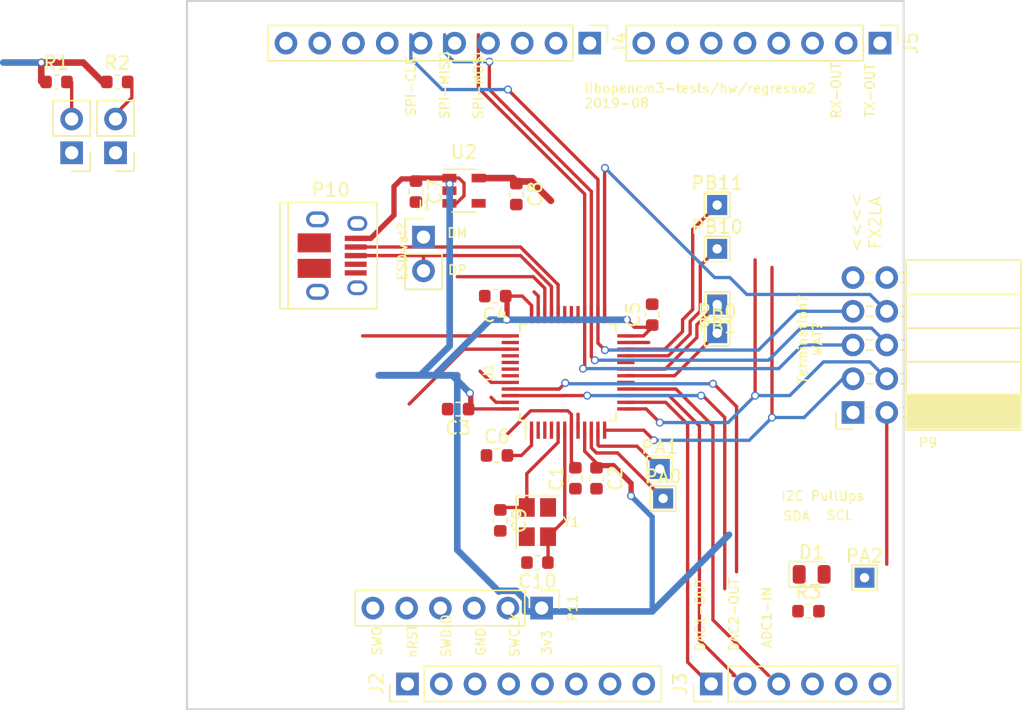
<source format=kicad_pcb>
(kicad_pcb (version 20190605) (host pcbnew "6.0.0-unknown-r16646-a0eaff28")

  (general
    (thickness 1.6)
    (drawings 27)
    (tracks 255)
    (modules 34)
    (nets 34)
  )

  (page "A4")
  (title_block
    (title "libopencm3-test hardware")
    (date "2017-10-31")
    (rev "1")
  )

  (layers
    (0 "F.Cu" signal)
    (31 "B.Cu" signal)
    (32 "B.Adhes" user)
    (33 "F.Adhes" user)
    (34 "B.Paste" user)
    (35 "F.Paste" user)
    (36 "B.SilkS" user)
    (37 "F.SilkS" user)
    (38 "B.Mask" user)
    (39 "F.Mask" user)
    (40 "Dwgs.User" user)
    (41 "Cmts.User" user)
    (42 "Eco1.User" user)
    (43 "Eco2.User" user)
    (44 "Edge.Cuts" user)
    (45 "Margin" user)
    (46 "B.CrtYd" user)
    (47 "F.CrtYd" user)
    (48 "B.Fab" user)
    (49 "F.Fab" user hide)
  )

  (setup
    (last_trace_width 0.25)
    (user_trace_width 0.152)
    (user_trace_width 0.25)
    (user_trace_width 0.4)
    (user_trace_width 0.5)
    (user_trace_width 0.75)
    (trace_clearance 0.2)
    (zone_clearance 0.25)
    (zone_45_only yes)
    (trace_min 0.152)
    (via_size 0.6)
    (via_drill 0.4)
    (via_min_size 0.4)
    (via_min_drill 0.3)
    (uvia_size 0.3)
    (uvia_drill 0.1)
    (uvias_allowed no)
    (uvia_min_size 0.2)
    (uvia_min_drill 0.1)
    (max_error 0.005)
    (defaults
      (edge_clearance 0.01)
      (edge_cuts_line_width 0.15)
      (courtyard_line_width 0.05)
      (copper_line_width 0.12)
      (copper_text_dims (size 0.7 0.7) (thickness 0.12) keep_upright)
      (silk_line_width 0.15)
      (silk_text_dims (size 0.7 0.7) (thickness 0.12) keep_upright)
      (other_layers_line_width 0.1)
      (other_layers_text_dims (size 1 1) (thickness 0.15) keep_upright)
    )
    (pad_size 1.7 1.7)
    (pad_drill 1)
    (pad_to_mask_clearance 0)
    (aux_axis_origin 123.1265 126.365)
    (grid_origin 123.1265 126.365)
    (visible_elements FFFEFFFF)
    (pcbplotparams
      (layerselection 0x010f0_80000001)
      (usegerberextensions true)
      (usegerberattributes false)
      (usegerberadvancedattributes false)
      (creategerberjobfile false)
      (excludeedgelayer true)
      (linewidth 0.100000)
      (plotframeref false)
      (viasonmask false)
      (mode 1)
      (useauxorigin false)
      (hpglpennumber 1)
      (hpglpenspeed 20)
      (hpglpendiameter 15.000000)
      (psnegative false)
      (psa4output false)
      (plotreference true)
      (plotvalue true)
      (plotinvisibletext false)
      (padsonsilk false)
      (subtractmaskfromsilk false)
      (outputformat 1)
      (mirror false)
      (drillshape 0)
      (scaleselection 1)
      (outputdirectory ""))
  )

  (net 0 "")
  (net 1 "+5V")
  (net 2 "GND")
  (net 3 "+3V3")
  (net 4 "/NRST")
  (net 5 "/I2C_SDA")
  (net 6 "/I2C_SCL")
  (net 7 "/SPI_CS")
  (net 8 "/SPI_MOSI")
  (net 9 "/SPI_MISO")
  (net 10 "/SPI_SCK")
  (net 11 "/USB_DM")
  (net 12 "/USB_DP")
  (net 13 "Net-(P10-Pad6)")
  (net 14 "/SWCLK")
  (net 15 "/SWDIO")
  (net 16 "/SWO")
  (net 17 "/DAC1_OUT")
  (net 18 "/DAC2_OUT")
  (net 19 "/UART_TX_OUT")
  (net 20 "/UART_RX_OUT")
  (net 21 "Net-(JP1-Pad2)")
  (net 22 "Net-(JP2-Pad2)")
  (net 23 "/VLCD")
  (net 24 "Net-(C9-Pad1)")
  (net 25 "Net-(C10-Pad1)")
  (net 26 "Net-(PA0-Pad1)")
  (net 27 "Net-(PA1-Pad1)")
  (net 28 "Net-(PB0-Pad1)")
  (net 29 "Net-(PB1-Pad1)")
  (net 30 "Net-(PB10-Pad1)")
  (net 31 "Net-(PB11-Pad1)")
  (net 32 "Net-(D1-Pad2)")
  (net 33 "Net-(U1-Pad16)")

  (net_class "Default" "This is the default net class."
    (clearance 0.2)
    (trace_width 0.25)
    (via_dia 0.6)
    (via_drill 0.4)
    (uvia_dia 0.3)
    (uvia_drill 0.1)
    (add_net "/DAC1_OUT")
    (add_net "/DAC2_OUT")
    (add_net "/I2C_SCL")
    (add_net "/I2C_SDA")
    (add_net "/LED_CONTROL")
    (add_net "/NRST")
    (add_net "/SPI_CS")
    (add_net "/SPI_MISO")
    (add_net "/SPI_MOSI")
    (add_net "/SPI_SCK")
    (add_net "/SWCLK")
    (add_net "/SWDIO")
    (add_net "/SWO")
    (add_net "/UART_RX_OUT")
    (add_net "/UART_TX_OUT")
    (add_net "/USART_CK_OUT")
    (add_net "/USB_DM")
    (add_net "/USB_DP")
    (add_net "/VLCD")
    (add_net "GND")
    (add_net "Net-(C10-Pad1)")
    (add_net "Net-(C9-Pad1)")
    (add_net "Net-(D1-Pad2)")
    (add_net "Net-(J2-Pad1)")
    (add_net "Net-(J2-Pad2)")
    (add_net "Net-(J2-Pad3)")
    (add_net "Net-(J2-Pad4)")
    (add_net "Net-(J2-Pad8)")
    (add_net "Net-(J3-Pad4)")
    (add_net "Net-(J3-Pad5)")
    (add_net "Net-(J3-Pad6)")
    (add_net "Net-(J4-Pad2)")
    (add_net "Net-(J4-Pad3)")
    (add_net "Net-(J4-Pad8)")
    (add_net "Net-(J5-Pad1)")
    (add_net "Net-(J5-Pad2)")
    (add_net "Net-(J5-Pad4)")
    (add_net "Net-(J5-Pad5)")
    (add_net "Net-(J5-Pad6)")
    (add_net "Net-(J5-Pad7)")
    (add_net "Net-(JP1-Pad2)")
    (add_net "Net-(JP2-Pad2)")
    (add_net "Net-(P10-Pad4)")
    (add_net "Net-(P10-Pad6)")
    (add_net "Net-(P9-Pad9)")
    (add_net "Net-(PA0-Pad1)")
    (add_net "Net-(PA1-Pad1)")
    (add_net "Net-(PB0-Pad1)")
    (add_net "Net-(PB1-Pad1)")
    (add_net "Net-(PB10-Pad1)")
    (add_net "Net-(PB11-Pad1)")
    (add_net "Net-(U1-Pad12)")
    (add_net "Net-(U1-Pad13)")
    (add_net "Net-(U1-Pad16)")
    (add_net "Net-(U1-Pad17)")
    (add_net "Net-(U1-Pad2)")
    (add_net "Net-(U1-Pad20)")
    (add_net "Net-(U1-Pad3)")
    (add_net "Net-(U1-Pad38)")
    (add_net "Net-(U1-Pad4)")
    (add_net "Net-(U1-Pad40)")
    (add_net "Net-(U1-Pad41)")
    (add_net "Net-(U1-Pad42)")
    (add_net "Net-(U1-Pad43)")
    (add_net "Net-(U2-Pad4)")
    (add_net "Net-(Y1-Pad2)")
    (add_net "Net-(Y1-Pad4)")
  )

  (net_class "power" ""
    (clearance 0.2)
    (trace_width 0.4)
    (via_dia 0.6)
    (via_drill 0.4)
    (uvia_dia 0.3)
    (uvia_drill 0.1)
    (add_net "+3V3")
    (add_net "+5V")
  )

  (module "Package_TO_SOT_SMD:SOT-23-5" (layer "F.Cu") (tedit 5A02FF57) (tstamp 5A0F5F92)
    (at 143.9545 87.3125)
    (descr "5-pin SOT23 package")
    (tags "SOT-23-5")
    (path "/59F7B611")
    (attr smd)
    (fp_text reference "U2" (at 0 -2.9) (layer "F.SilkS")
      (effects (font (size 1 1) (thickness 0.15)))
    )
    (fp_text value "MIC550x-3.3YM5" (at 0 2.9) (layer "F.Fab")
      (effects (font (size 1 1) (thickness 0.15)))
    )
    (fp_text user "%R" (at 0 0 90) (layer "F.Fab")
      (effects (font (size 0.5 0.5) (thickness 0.075)))
    )
    (fp_line (start -0.9 1.61) (end 0.9 1.61) (layer "F.SilkS") (width 0.12))
    (fp_line (start 0.9 -1.61) (end -1.55 -1.61) (layer "F.SilkS") (width 0.12))
    (fp_line (start -1.9 -1.8) (end 1.9 -1.8) (layer "F.CrtYd") (width 0.05))
    (fp_line (start 1.9 -1.8) (end 1.9 1.8) (layer "F.CrtYd") (width 0.05))
    (fp_line (start 1.9 1.8) (end -1.9 1.8) (layer "F.CrtYd") (width 0.05))
    (fp_line (start -1.9 1.8) (end -1.9 -1.8) (layer "F.CrtYd") (width 0.05))
    (fp_line (start -0.9 -0.9) (end -0.25 -1.55) (layer "F.Fab") (width 0.1))
    (fp_line (start 0.9 -1.55) (end -0.25 -1.55) (layer "F.Fab") (width 0.1))
    (fp_line (start -0.9 -0.9) (end -0.9 1.55) (layer "F.Fab") (width 0.1))
    (fp_line (start 0.9 1.55) (end -0.9 1.55) (layer "F.Fab") (width 0.1))
    (fp_line (start 0.9 -1.55) (end 0.9 1.55) (layer "F.Fab") (width 0.1))
    (pad "5" smd rect (at 1.1 -0.95) (size 1.06 0.65) (layers "F.Cu" "F.Paste" "F.Mask")
      (net 3 "+3V3"))
    (pad "4" smd rect (at 1.1 0.95) (size 1.06 0.65) (layers "F.Cu" "F.Paste" "F.Mask"))
    (pad "3" smd rect (at -1.1 0.95) (size 1.06 0.65) (layers "F.Cu" "F.Paste" "F.Mask")
      (net 1 "+5V"))
    (pad "2" smd rect (at -1.1 0) (size 1.06 0.65) (layers "F.Cu" "F.Paste" "F.Mask")
      (net 2 "GND"))
    (pad "1" smd rect (at -1.1 -0.95) (size 1.06 0.65) (layers "F.Cu" "F.Paste" "F.Mask")
      (net 1 "+5V"))
    (model "${KISYS3DMOD}/Package_TO_SOT_SMD.3dshapes/SOT-23-5.wrl"
      (at (xyz 0 0 0))
      (scale (xyz 1 1 1))
      (rotate (xyz 0 0 0))
    )
  )

  (module "Resistor_SMD:R_0603_1608Metric" (layer "F.Cu") (tedit 5B301BBD) (tstamp 5D5B3719)
    (at 169.8765 118.98)
    (descr "Resistor SMD 0603 (1608 Metric), square (rectangular) end terminal, IPC_7351 nominal, (Body size source: http://www.tortai-tech.com/upload/download/2011102023233369053.pdf), generated with kicad-footprint-generator")
    (tags "resistor")
    (path "/5D5F24EE")
    (attr smd)
    (fp_text reference "R3" (at 0 -1.43) (layer "F.SilkS")
      (effects (font (size 1 1) (thickness 0.15)))
    )
    (fp_text value "1k" (at 0 1.43) (layer "F.Fab")
      (effects (font (size 1 1) (thickness 0.15)))
    )
    (fp_line (start -0.8 0.4) (end -0.8 -0.4) (layer "F.Fab") (width 0.1))
    (fp_line (start -0.8 -0.4) (end 0.8 -0.4) (layer "F.Fab") (width 0.1))
    (fp_line (start 0.8 -0.4) (end 0.8 0.4) (layer "F.Fab") (width 0.1))
    (fp_line (start 0.8 0.4) (end -0.8 0.4) (layer "F.Fab") (width 0.1))
    (fp_line (start -0.162779 -0.51) (end 0.162779 -0.51) (layer "F.SilkS") (width 0.12))
    (fp_line (start -0.162779 0.51) (end 0.162779 0.51) (layer "F.SilkS") (width 0.12))
    (fp_line (start -1.48 0.73) (end -1.48 -0.73) (layer "F.CrtYd") (width 0.05))
    (fp_line (start -1.48 -0.73) (end 1.48 -0.73) (layer "F.CrtYd") (width 0.05))
    (fp_line (start 1.48 -0.73) (end 1.48 0.73) (layer "F.CrtYd") (width 0.05))
    (fp_line (start 1.48 0.73) (end -1.48 0.73) (layer "F.CrtYd") (width 0.05))
    (fp_text user "%R" (at 0 0) (layer "F.Fab")
      (effects (font (size 0.4 0.4) (thickness 0.06)))
    )
    (pad "2" smd roundrect (at 0.7875 0) (size 0.875 0.95) (layers "F.Cu" "F.Paste" "F.Mask") (roundrect_rratio 0.25)
      (net 32 "Net-(D1-Pad2)"))
    (pad "1" smd roundrect (at -0.7875 0) (size 0.875 0.95) (layers "F.Cu" "F.Paste" "F.Mask") (roundrect_rratio 0.25))
    (model "${KISYS3DMOD}/Resistor_SMD.3dshapes/R_0603_1608Metric.wrl"
      (at (xyz 0 0 0))
      (scale (xyz 1 1 1))
      (rotate (xyz 0 0 0))
    )
  )

  (module "Resistor_SMD:R_0603_1608Metric" (layer "F.Cu") (tedit 5B301BBD) (tstamp 5A0F62A9)
    (at 117.856 79.121)
    (descr "Resistor SMD 0603 (1608 Metric), square (rectangular) end terminal, IPC_7351 nominal, (Body size source: http://www.tortai-tech.com/upload/download/2011102023233369053.pdf), generated with kicad-footprint-generator")
    (tags "resistor")
    (path "/5A0F8EF5")
    (attr smd)
    (fp_text reference "R2" (at 0 -1.43) (layer "F.SilkS")
      (effects (font (size 1 1) (thickness 0.15)))
    )
    (fp_text value "4k7" (at 0 1.43) (layer "F.Fab")
      (effects (font (size 1 1) (thickness 0.15)))
    )
    (fp_line (start -0.8 0.4) (end -0.8 -0.4) (layer "F.Fab") (width 0.1))
    (fp_line (start -0.8 -0.4) (end 0.8 -0.4) (layer "F.Fab") (width 0.1))
    (fp_line (start 0.8 -0.4) (end 0.8 0.4) (layer "F.Fab") (width 0.1))
    (fp_line (start 0.8 0.4) (end -0.8 0.4) (layer "F.Fab") (width 0.1))
    (fp_line (start -0.162779 -0.51) (end 0.162779 -0.51) (layer "F.SilkS") (width 0.12))
    (fp_line (start -0.162779 0.51) (end 0.162779 0.51) (layer "F.SilkS") (width 0.12))
    (fp_line (start -1.48 0.73) (end -1.48 -0.73) (layer "F.CrtYd") (width 0.05))
    (fp_line (start -1.48 -0.73) (end 1.48 -0.73) (layer "F.CrtYd") (width 0.05))
    (fp_line (start 1.48 -0.73) (end 1.48 0.73) (layer "F.CrtYd") (width 0.05))
    (fp_line (start 1.48 0.73) (end -1.48 0.73) (layer "F.CrtYd") (width 0.05))
    (fp_text user "%R" (at 0 0) (layer "F.Fab")
      (effects (font (size 0.4 0.4) (thickness 0.06)))
    )
    (pad "2" smd roundrect (at 0.7875 0) (size 0.875 0.95) (layers "F.Cu" "F.Paste" "F.Mask") (roundrect_rratio 0.25)
      (net 22 "Net-(JP2-Pad2)"))
    (pad "1" smd roundrect (at -0.7875 0) (size 0.875 0.95) (layers "F.Cu" "F.Paste" "F.Mask") (roundrect_rratio 0.25)
      (net 3 "+3V3"))
    (model "${KISYS3DMOD}/Resistor_SMD.3dshapes/R_0603_1608Metric.wrl"
      (at (xyz 0 0 0))
      (scale (xyz 1 1 1))
      (rotate (xyz 0 0 0))
    )
  )

  (module "Resistor_SMD:R_0603_1608Metric" (layer "F.Cu") (tedit 5B301BBD) (tstamp 5A0F62A3)
    (at 113.284 79.121)
    (descr "Resistor SMD 0603 (1608 Metric), square (rectangular) end terminal, IPC_7351 nominal, (Body size source: http://www.tortai-tech.com/upload/download/2011102023233369053.pdf), generated with kicad-footprint-generator")
    (tags "resistor")
    (path "/5A0F8D14")
    (attr smd)
    (fp_text reference "R1" (at 0 -1.43) (layer "F.SilkS")
      (effects (font (size 1 1) (thickness 0.15)))
    )
    (fp_text value "4k7" (at 0 1.43) (layer "F.Fab")
      (effects (font (size 1 1) (thickness 0.15)))
    )
    (fp_line (start -0.8 0.4) (end -0.8 -0.4) (layer "F.Fab") (width 0.1))
    (fp_line (start -0.8 -0.4) (end 0.8 -0.4) (layer "F.Fab") (width 0.1))
    (fp_line (start 0.8 -0.4) (end 0.8 0.4) (layer "F.Fab") (width 0.1))
    (fp_line (start 0.8 0.4) (end -0.8 0.4) (layer "F.Fab") (width 0.1))
    (fp_line (start -0.162779 -0.51) (end 0.162779 -0.51) (layer "F.SilkS") (width 0.12))
    (fp_line (start -0.162779 0.51) (end 0.162779 0.51) (layer "F.SilkS") (width 0.12))
    (fp_line (start -1.48 0.73) (end -1.48 -0.73) (layer "F.CrtYd") (width 0.05))
    (fp_line (start -1.48 -0.73) (end 1.48 -0.73) (layer "F.CrtYd") (width 0.05))
    (fp_line (start 1.48 -0.73) (end 1.48 0.73) (layer "F.CrtYd") (width 0.05))
    (fp_line (start 1.48 0.73) (end -1.48 0.73) (layer "F.CrtYd") (width 0.05))
    (fp_text user "%R" (at 0 0) (layer "F.Fab")
      (effects (font (size 0.4 0.4) (thickness 0.06)))
    )
    (pad "2" smd roundrect (at 0.7875 0) (size 0.875 0.95) (layers "F.Cu" "F.Paste" "F.Mask") (roundrect_rratio 0.25)
      (net 21 "Net-(JP1-Pad2)"))
    (pad "1" smd roundrect (at -0.7875 0) (size 0.875 0.95) (layers "F.Cu" "F.Paste" "F.Mask") (roundrect_rratio 0.25)
      (net 3 "+3V3"))
    (model "${KISYS3DMOD}/Resistor_SMD.3dshapes/R_0603_1608Metric.wrl"
      (at (xyz 0 0 0))
      (scale (xyz 1 1 1))
      (rotate (xyz 0 0 0))
    )
  )

  (module "TestPoint:TestPoint_THTPad_1.5x1.5mm_Drill0.7mm" (layer "F.Cu") (tedit 5A0F774F) (tstamp 5A43A3E3)
    (at 163.0045 88.392)
    (descr "THT rectangular pad as test Point, square 1.5mm side length, hole diameter 0.7mm")
    (tags "test point THT pad rectangle square")
    (path "/5A43D49D")
    (attr virtual)
    (fp_text reference "PB11" (at 0 -1.648) (layer "F.SilkS")
      (effects (font (size 1 1) (thickness 0.15)))
    )
    (fp_text value "TEST_1P" (at 0 1.75) (layer "F.Fab")
      (effects (font (size 1 1) (thickness 0.15)))
    )
    (fp_text user "%R" (at 0 -1.65) (layer "F.Fab")
      (effects (font (size 1 1) (thickness 0.15)))
    )
    (fp_line (start -0.95 -0.95) (end 0.95 -0.95) (layer "F.SilkS") (width 0.12))
    (fp_line (start 0.95 -0.95) (end 0.95 0.95) (layer "F.SilkS") (width 0.12))
    (fp_line (start 0.95 0.95) (end -0.95 0.95) (layer "F.SilkS") (width 0.12))
    (fp_line (start -0.95 0.95) (end -0.95 -0.95) (layer "F.SilkS") (width 0.12))
    (fp_line (start -1.25 -1.25) (end 1.25 -1.25) (layer "F.CrtYd") (width 0.05))
    (fp_line (start -1.25 -1.25) (end -1.25 1.25) (layer "F.CrtYd") (width 0.05))
    (fp_line (start 1.25 1.25) (end 1.25 -1.25) (layer "F.CrtYd") (width 0.05))
    (fp_line (start 1.25 1.25) (end -1.25 1.25) (layer "F.CrtYd") (width 0.05))
    (pad "1" thru_hole rect (at 0 0) (size 1.5 1.5) (drill 0.7) (layers *.Cu *.Mask)
      (net 31 "Net-(PB11-Pad1)"))
  )

  (module "TestPoint:TestPoint_THTPad_1.5x1.5mm_Drill0.7mm" (layer "F.Cu") (tedit 5A0F774F) (tstamp 5A43A0A7)
    (at 163.0045 91.694)
    (descr "THT rectangular pad as test Point, square 1.5mm side length, hole diameter 0.7mm")
    (tags "test point THT pad rectangle square")
    (path "/5A43D40B")
    (attr virtual)
    (fp_text reference "PB10" (at 0 -1.648) (layer "F.SilkS")
      (effects (font (size 1 1) (thickness 0.15)))
    )
    (fp_text value "TEST_1P" (at 0 1.75) (layer "F.Fab")
      (effects (font (size 1 1) (thickness 0.15)))
    )
    (fp_text user "%R" (at 0 -1.65) (layer "F.Fab")
      (effects (font (size 1 1) (thickness 0.15)))
    )
    (fp_line (start -0.95 -0.95) (end 0.95 -0.95) (layer "F.SilkS") (width 0.12))
    (fp_line (start 0.95 -0.95) (end 0.95 0.95) (layer "F.SilkS") (width 0.12))
    (fp_line (start 0.95 0.95) (end -0.95 0.95) (layer "F.SilkS") (width 0.12))
    (fp_line (start -0.95 0.95) (end -0.95 -0.95) (layer "F.SilkS") (width 0.12))
    (fp_line (start -1.25 -1.25) (end 1.25 -1.25) (layer "F.CrtYd") (width 0.05))
    (fp_line (start -1.25 -1.25) (end -1.25 1.25) (layer "F.CrtYd") (width 0.05))
    (fp_line (start 1.25 1.25) (end 1.25 -1.25) (layer "F.CrtYd") (width 0.05))
    (fp_line (start 1.25 1.25) (end -1.25 1.25) (layer "F.CrtYd") (width 0.05))
    (pad "1" thru_hole rect (at 0 0) (size 1.5 1.5) (drill 0.7) (layers *.Cu *.Mask)
      (net 30 "Net-(PB10-Pad1)"))
  )

  (module "TestPoint:TestPoint_THTPad_1.5x1.5mm_Drill0.7mm" (layer "F.Cu") (tedit 5A0F774F) (tstamp 5A43BFD8)
    (at 163.0045 95.885 180)
    (descr "THT rectangular pad as test Point, square 1.5mm side length, hole diameter 0.7mm")
    (tags "test point THT pad rectangle square")
    (path "/5A43D328")
    (attr virtual)
    (fp_text reference "PB1" (at 0 -1.648) (layer "F.SilkS")
      (effects (font (size 1 1) (thickness 0.15)))
    )
    (fp_text value "TEST_1P" (at 0 1.75) (layer "F.Fab")
      (effects (font (size 1 1) (thickness 0.15)))
    )
    (fp_text user "%R" (at 0 -1.65) (layer "F.Fab")
      (effects (font (size 1 1) (thickness 0.15)))
    )
    (fp_line (start -0.95 -0.95) (end 0.95 -0.95) (layer "F.SilkS") (width 0.12))
    (fp_line (start 0.95 -0.95) (end 0.95 0.95) (layer "F.SilkS") (width 0.12))
    (fp_line (start 0.95 0.95) (end -0.95 0.95) (layer "F.SilkS") (width 0.12))
    (fp_line (start -0.95 0.95) (end -0.95 -0.95) (layer "F.SilkS") (width 0.12))
    (fp_line (start -1.25 -1.25) (end 1.25 -1.25) (layer "F.CrtYd") (width 0.05))
    (fp_line (start -1.25 -1.25) (end -1.25 1.25) (layer "F.CrtYd") (width 0.05))
    (fp_line (start 1.25 1.25) (end 1.25 -1.25) (layer "F.CrtYd") (width 0.05))
    (fp_line (start 1.25 1.25) (end -1.25 1.25) (layer "F.CrtYd") (width 0.05))
    (pad "1" thru_hole rect (at 0 0 180) (size 1.5 1.5) (drill 0.7) (layers *.Cu *.Mask)
      (net 29 "Net-(PB1-Pad1)"))
  )

  (module "TestPoint:TestPoint_THTPad_1.5x1.5mm_Drill0.7mm" (layer "F.Cu") (tedit 5A0F774F) (tstamp 5A43A0A2)
    (at 163.0045 98.044)
    (descr "THT rectangular pad as test Point, square 1.5mm side length, hole diameter 0.7mm")
    (tags "test point THT pad rectangle square")
    (path "/5A43D04F")
    (attr virtual)
    (fp_text reference "PB0" (at 0 -1.648) (layer "F.SilkS")
      (effects (font (size 1 1) (thickness 0.15)))
    )
    (fp_text value "TEST_1P" (at 0 1.75) (layer "F.Fab")
      (effects (font (size 1 1) (thickness 0.15)))
    )
    (fp_text user "%R" (at 0 -1.65) (layer "F.Fab")
      (effects (font (size 1 1) (thickness 0.15)))
    )
    (fp_line (start -0.95 -0.95) (end 0.95 -0.95) (layer "F.SilkS") (width 0.12))
    (fp_line (start 0.95 -0.95) (end 0.95 0.95) (layer "F.SilkS") (width 0.12))
    (fp_line (start 0.95 0.95) (end -0.95 0.95) (layer "F.SilkS") (width 0.12))
    (fp_line (start -0.95 0.95) (end -0.95 -0.95) (layer "F.SilkS") (width 0.12))
    (fp_line (start -1.25 -1.25) (end 1.25 -1.25) (layer "F.CrtYd") (width 0.05))
    (fp_line (start -1.25 -1.25) (end -1.25 1.25) (layer "F.CrtYd") (width 0.05))
    (fp_line (start 1.25 1.25) (end 1.25 -1.25) (layer "F.CrtYd") (width 0.05))
    (fp_line (start 1.25 1.25) (end -1.25 1.25) (layer "F.CrtYd") (width 0.05))
    (pad "1" thru_hole rect (at 0 0) (size 1.5 1.5) (drill 0.7) (layers *.Cu *.Mask)
      (net 28 "Net-(PB0-Pad1)"))
  )

  (module "TestPoint:TestPoint_THTPad_1.5x1.5mm_Drill0.7mm" (layer "F.Cu") (tedit 5A0F774F) (tstamp 5D5B36B4)
    (at 174.0965 116.46)
    (descr "THT rectangular pad as test Point, square 1.5mm side length, hole diameter 0.7mm")
    (tags "test point THT pad rectangle square")
    (path "/5D5F3358")
    (attr virtual)
    (fp_text reference "PA2" (at 0 -1.648) (layer "F.SilkS")
      (effects (font (size 1 1) (thickness 0.15)))
    )
    (fp_text value "TEST_1P" (at 0 1.75) (layer "F.Fab")
      (effects (font (size 1 1) (thickness 0.15)))
    )
    (fp_text user "%R" (at 0 -1.65) (layer "F.Fab")
      (effects (font (size 1 1) (thickness 0.15)))
    )
    (fp_line (start -0.95 -0.95) (end 0.95 -0.95) (layer "F.SilkS") (width 0.12))
    (fp_line (start 0.95 -0.95) (end 0.95 0.95) (layer "F.SilkS") (width 0.12))
    (fp_line (start 0.95 0.95) (end -0.95 0.95) (layer "F.SilkS") (width 0.12))
    (fp_line (start -0.95 0.95) (end -0.95 -0.95) (layer "F.SilkS") (width 0.12))
    (fp_line (start -1.25 -1.25) (end 1.25 -1.25) (layer "F.CrtYd") (width 0.05))
    (fp_line (start -1.25 -1.25) (end -1.25 1.25) (layer "F.CrtYd") (width 0.05))
    (fp_line (start 1.25 1.25) (end 1.25 -1.25) (layer "F.CrtYd") (width 0.05))
    (fp_line (start 1.25 1.25) (end -1.25 1.25) (layer "F.CrtYd") (width 0.05))
    (pad "1" thru_hole rect (at 0 0) (size 1.5 1.5) (drill 0.7) (layers *.Cu *.Mask)
      (net 2 "GND"))
  )

  (module "TestPoint:TestPoint_THTPad_1.5x1.5mm_Drill0.7mm" (layer "F.Cu") (tedit 5A0F774F) (tstamp 5A43BFE5)
    (at 158.6865 108.2675)
    (descr "THT rectangular pad as test Point, square 1.5mm side length, hole diameter 0.7mm")
    (tags "test point THT pad rectangle square")
    (path "/5A43FBC5")
    (attr virtual)
    (fp_text reference "PA1" (at 0 -1.648) (layer "F.SilkS")
      (effects (font (size 1 1) (thickness 0.15)))
    )
    (fp_text value "TEST_1P" (at 0 1.75) (layer "F.Fab")
      (effects (font (size 1 1) (thickness 0.15)))
    )
    (fp_text user "%R" (at 0 -1.65) (layer "F.Fab")
      (effects (font (size 1 1) (thickness 0.15)))
    )
    (fp_line (start -0.95 -0.95) (end 0.95 -0.95) (layer "F.SilkS") (width 0.12))
    (fp_line (start 0.95 -0.95) (end 0.95 0.95) (layer "F.SilkS") (width 0.12))
    (fp_line (start 0.95 0.95) (end -0.95 0.95) (layer "F.SilkS") (width 0.12))
    (fp_line (start -0.95 0.95) (end -0.95 -0.95) (layer "F.SilkS") (width 0.12))
    (fp_line (start -1.25 -1.25) (end 1.25 -1.25) (layer "F.CrtYd") (width 0.05))
    (fp_line (start -1.25 -1.25) (end -1.25 1.25) (layer "F.CrtYd") (width 0.05))
    (fp_line (start 1.25 1.25) (end 1.25 -1.25) (layer "F.CrtYd") (width 0.05))
    (fp_line (start 1.25 1.25) (end -1.25 1.25) (layer "F.CrtYd") (width 0.05))
    (pad "1" thru_hole rect (at 0 0) (size 1.5 1.5) (drill 0.7) (layers *.Cu *.Mask)
      (net 27 "Net-(PA1-Pad1)"))
  )

  (module "TestPoint:TestPoint_THTPad_1.5x1.5mm_Drill0.7mm" (layer "F.Cu") (tedit 5A0F774F) (tstamp 5A43BFE0)
    (at 158.9405 110.49)
    (descr "THT rectangular pad as test Point, square 1.5mm side length, hole diameter 0.7mm")
    (tags "test point THT pad rectangle square")
    (path "/5A43FB1F")
    (attr virtual)
    (fp_text reference "PA0" (at 0 -1.648) (layer "F.SilkS")
      (effects (font (size 1 1) (thickness 0.15)))
    )
    (fp_text value "TEST_1P" (at 0 1.75) (layer "F.Fab")
      (effects (font (size 1 1) (thickness 0.15)))
    )
    (fp_text user "%R" (at 0 -1.65) (layer "F.Fab")
      (effects (font (size 1 1) (thickness 0.15)))
    )
    (fp_line (start -0.95 -0.95) (end 0.95 -0.95) (layer "F.SilkS") (width 0.12))
    (fp_line (start 0.95 -0.95) (end 0.95 0.95) (layer "F.SilkS") (width 0.12))
    (fp_line (start 0.95 0.95) (end -0.95 0.95) (layer "F.SilkS") (width 0.12))
    (fp_line (start -0.95 0.95) (end -0.95 -0.95) (layer "F.SilkS") (width 0.12))
    (fp_line (start -1.25 -1.25) (end 1.25 -1.25) (layer "F.CrtYd") (width 0.05))
    (fp_line (start -1.25 -1.25) (end -1.25 1.25) (layer "F.CrtYd") (width 0.05))
    (fp_line (start 1.25 1.25) (end 1.25 -1.25) (layer "F.CrtYd") (width 0.05))
    (fp_line (start 1.25 1.25) (end -1.25 1.25) (layer "F.CrtYd") (width 0.05))
    (pad "1" thru_hole rect (at 0 0) (size 1.5 1.5) (drill 0.7) (layers *.Cu *.Mask)
      (net 26 "Net-(PA0-Pad1)"))
  )

  (module "LED_SMD:LED_0805_2012Metric" (layer "F.Cu") (tedit 5B36C52C) (tstamp 5D5B33F4)
    (at 170.1165 116.205)
    (descr "LED SMD 0805 (2012 Metric), square (rectangular) end terminal, IPC_7351 nominal, (Body size source: https://docs.google.com/spreadsheets/d/1BsfQQcO9C6DZCsRaXUlFlo91Tg2WpOkGARC1WS5S8t0/edit?usp=sharing), generated with kicad-footprint-generator")
    (tags "diode")
    (path "/5D5F1C52")
    (attr smd)
    (fp_text reference "D1" (at 0 -1.65) (layer "F.SilkS")
      (effects (font (size 1 1) (thickness 0.15)))
    )
    (fp_text value "indicator" (at 0 1.65) (layer "F.Fab")
      (effects (font (size 1 1) (thickness 0.15)))
    )
    (fp_line (start 1 -0.6) (end -0.7 -0.6) (layer "F.Fab") (width 0.1))
    (fp_line (start -0.7 -0.6) (end -1 -0.3) (layer "F.Fab") (width 0.1))
    (fp_line (start -1 -0.3) (end -1 0.6) (layer "F.Fab") (width 0.1))
    (fp_line (start -1 0.6) (end 1 0.6) (layer "F.Fab") (width 0.1))
    (fp_line (start 1 0.6) (end 1 -0.6) (layer "F.Fab") (width 0.1))
    (fp_line (start 1 -0.96) (end -1.685 -0.96) (layer "F.SilkS") (width 0.12))
    (fp_line (start -1.685 -0.96) (end -1.685 0.96) (layer "F.SilkS") (width 0.12))
    (fp_line (start -1.685 0.96) (end 1 0.96) (layer "F.SilkS") (width 0.12))
    (fp_line (start -1.68 0.95) (end -1.68 -0.95) (layer "F.CrtYd") (width 0.05))
    (fp_line (start -1.68 -0.95) (end 1.68 -0.95) (layer "F.CrtYd") (width 0.05))
    (fp_line (start 1.68 -0.95) (end 1.68 0.95) (layer "F.CrtYd") (width 0.05))
    (fp_line (start 1.68 0.95) (end -1.68 0.95) (layer "F.CrtYd") (width 0.05))
    (fp_text user "%R" (at 0 0) (layer "F.Fab")
      (effects (font (size 0.5 0.5) (thickness 0.08)))
    )
    (pad "2" smd roundrect (at 0.9375 0) (size 0.975 1.4) (layers "F.Cu" "F.Paste" "F.Mask") (roundrect_rratio 0.25)
      (net 32 "Net-(D1-Pad2)"))
    (pad "1" smd roundrect (at -0.9375 0) (size 0.975 1.4) (layers "F.Cu" "F.Paste" "F.Mask") (roundrect_rratio 0.25)
      (net 2 "GND"))
    (model "${KISYS3DMOD}/LED_SMD.3dshapes/LED_0805_2012Metric.wrl"
      (at (xyz 0 0 0))
      (scale (xyz 1 1 1))
      (rotate (xyz 0 0 0))
    )
  )

  (module "Capacitor_SMD:C_0603_1608Metric" (layer "F.Cu") (tedit 5B301BBE) (tstamp 5A1B1F8C)
    (at 149.479 115.316 180)
    (descr "Capacitor SMD 0603 (1608 Metric), square (rectangular) end terminal, IPC_7351 nominal, (Body size source: http://www.tortai-tech.com/upload/download/2011102023233369053.pdf), generated with kicad-footprint-generator")
    (tags "capacitor")
    (path "/5A1373B8")
    (attr smd)
    (fp_text reference "C10" (at 0 -1.43) (layer "F.SilkS")
      (effects (font (size 1 1) (thickness 0.15)))
    )
    (fp_text value "18pf" (at 0 1.43) (layer "F.Fab")
      (effects (font (size 1 1) (thickness 0.15)))
    )
    (fp_line (start -0.8 0.4) (end -0.8 -0.4) (layer "F.Fab") (width 0.1))
    (fp_line (start -0.8 -0.4) (end 0.8 -0.4) (layer "F.Fab") (width 0.1))
    (fp_line (start 0.8 -0.4) (end 0.8 0.4) (layer "F.Fab") (width 0.1))
    (fp_line (start 0.8 0.4) (end -0.8 0.4) (layer "F.Fab") (width 0.1))
    (fp_line (start -0.162779 -0.51) (end 0.162779 -0.51) (layer "F.SilkS") (width 0.12))
    (fp_line (start -0.162779 0.51) (end 0.162779 0.51) (layer "F.SilkS") (width 0.12))
    (fp_line (start -1.48 0.73) (end -1.48 -0.73) (layer "F.CrtYd") (width 0.05))
    (fp_line (start -1.48 -0.73) (end 1.48 -0.73) (layer "F.CrtYd") (width 0.05))
    (fp_line (start 1.48 -0.73) (end 1.48 0.73) (layer "F.CrtYd") (width 0.05))
    (fp_line (start 1.48 0.73) (end -1.48 0.73) (layer "F.CrtYd") (width 0.05))
    (fp_text user "%R" (at 0 0) (layer "F.Fab")
      (effects (font (size 0.4 0.4) (thickness 0.06)))
    )
    (pad "2" smd roundrect (at 0.7875 0 180) (size 0.875 0.95) (layers "F.Cu" "F.Paste" "F.Mask") (roundrect_rratio 0.25)
      (net 2 "GND"))
    (pad "1" smd roundrect (at -0.7875 0 180) (size 0.875 0.95) (layers "F.Cu" "F.Paste" "F.Mask") (roundrect_rratio 0.25)
      (net 25 "Net-(C10-Pad1)"))
    (model "${KISYS3DMOD}/Capacitor_SMD.3dshapes/C_0603_1608Metric.wrl"
      (at (xyz 0 0 0))
      (scale (xyz 1 1 1))
      (rotate (xyz 0 0 0))
    )
  )

  (module "Capacitor_SMD:C_0603_1608Metric" (layer "F.Cu") (tedit 5B301BBE) (tstamp 5A1B1F86)
    (at 146.685 112.141 270)
    (descr "Capacitor SMD 0603 (1608 Metric), square (rectangular) end terminal, IPC_7351 nominal, (Body size source: http://www.tortai-tech.com/upload/download/2011102023233369053.pdf), generated with kicad-footprint-generator")
    (tags "capacitor")
    (path "/5A137455")
    (attr smd)
    (fp_text reference "C9" (at 0 -1.43 90) (layer "F.SilkS")
      (effects (font (size 1 1) (thickness 0.15)))
    )
    (fp_text value "18pf" (at 0 1.43 90) (layer "F.Fab")
      (effects (font (size 1 1) (thickness 0.15)))
    )
    (fp_line (start -0.8 0.4) (end -0.8 -0.4) (layer "F.Fab") (width 0.1))
    (fp_line (start -0.8 -0.4) (end 0.8 -0.4) (layer "F.Fab") (width 0.1))
    (fp_line (start 0.8 -0.4) (end 0.8 0.4) (layer "F.Fab") (width 0.1))
    (fp_line (start 0.8 0.4) (end -0.8 0.4) (layer "F.Fab") (width 0.1))
    (fp_line (start -0.162779 -0.51) (end 0.162779 -0.51) (layer "F.SilkS") (width 0.12))
    (fp_line (start -0.162779 0.51) (end 0.162779 0.51) (layer "F.SilkS") (width 0.12))
    (fp_line (start -1.48 0.73) (end -1.48 -0.73) (layer "F.CrtYd") (width 0.05))
    (fp_line (start -1.48 -0.73) (end 1.48 -0.73) (layer "F.CrtYd") (width 0.05))
    (fp_line (start 1.48 -0.73) (end 1.48 0.73) (layer "F.CrtYd") (width 0.05))
    (fp_line (start 1.48 0.73) (end -1.48 0.73) (layer "F.CrtYd") (width 0.05))
    (fp_text user "%R" (at 0 0 90) (layer "F.Fab")
      (effects (font (size 0.4 0.4) (thickness 0.06)))
    )
    (pad "2" smd roundrect (at 0.7875 0 270) (size 0.875 0.95) (layers "F.Cu" "F.Paste" "F.Mask") (roundrect_rratio 0.25)
      (net 2 "GND"))
    (pad "1" smd roundrect (at -0.7875 0 270) (size 0.875 0.95) (layers "F.Cu" "F.Paste" "F.Mask") (roundrect_rratio 0.25)
      (net 24 "Net-(C9-Pad1)"))
    (model "${KISYS3DMOD}/Capacitor_SMD.3dshapes/C_0603_1608Metric.wrl"
      (at (xyz 0 0 0))
      (scale (xyz 1 1 1))
      (rotate (xyz 0 0 0))
    )
  )

  (module "Capacitor_SMD:C_0603_1608Metric" (layer "F.Cu") (tedit 5B301BBE) (tstamp 5A0F6D39)
    (at 147.8915 87.5665 270)
    (descr "Capacitor SMD 0603 (1608 Metric), square (rectangular) end terminal, IPC_7351 nominal, (Body size source: http://www.tortai-tech.com/upload/download/2011102023233369053.pdf), generated with kicad-footprint-generator")
    (tags "capacitor")
    (path "/5A0FC660")
    (attr smd)
    (fp_text reference "C8" (at 0 -1.43 90) (layer "F.SilkS")
      (effects (font (size 1 1) (thickness 0.15)))
    )
    (fp_text value "1u" (at 0 1.43 90) (layer "F.Fab")
      (effects (font (size 1 1) (thickness 0.15)))
    )
    (fp_line (start -0.8 0.4) (end -0.8 -0.4) (layer "F.Fab") (width 0.1))
    (fp_line (start -0.8 -0.4) (end 0.8 -0.4) (layer "F.Fab") (width 0.1))
    (fp_line (start 0.8 -0.4) (end 0.8 0.4) (layer "F.Fab") (width 0.1))
    (fp_line (start 0.8 0.4) (end -0.8 0.4) (layer "F.Fab") (width 0.1))
    (fp_line (start -0.162779 -0.51) (end 0.162779 -0.51) (layer "F.SilkS") (width 0.12))
    (fp_line (start -0.162779 0.51) (end 0.162779 0.51) (layer "F.SilkS") (width 0.12))
    (fp_line (start -1.48 0.73) (end -1.48 -0.73) (layer "F.CrtYd") (width 0.05))
    (fp_line (start -1.48 -0.73) (end 1.48 -0.73) (layer "F.CrtYd") (width 0.05))
    (fp_line (start 1.48 -0.73) (end 1.48 0.73) (layer "F.CrtYd") (width 0.05))
    (fp_line (start 1.48 0.73) (end -1.48 0.73) (layer "F.CrtYd") (width 0.05))
    (fp_text user "%R" (at 0 0 90) (layer "F.Fab")
      (effects (font (size 0.4 0.4) (thickness 0.06)))
    )
    (pad "2" smd roundrect (at 0.7875 0 270) (size 0.875 0.95) (layers "F.Cu" "F.Paste" "F.Mask") (roundrect_rratio 0.25)
      (net 2 "GND"))
    (pad "1" smd roundrect (at -0.7875 0 270) (size 0.875 0.95) (layers "F.Cu" "F.Paste" "F.Mask") (roundrect_rratio 0.25)
      (net 3 "+3V3"))
    (model "${KISYS3DMOD}/Capacitor_SMD.3dshapes/C_0603_1608Metric.wrl"
      (at (xyz 0 0 0))
      (scale (xyz 1 1 1))
      (rotate (xyz 0 0 0))
    )
  )

  (module "Capacitor_SMD:C_0603_1608Metric" (layer "F.Cu") (tedit 5B301BBE) (tstamp 5A0F6D33)
    (at 140.335 87.376 270)
    (descr "Capacitor SMD 0603 (1608 Metric), square (rectangular) end terminal, IPC_7351 nominal, (Body size source: http://www.tortai-tech.com/upload/download/2011102023233369053.pdf), generated with kicad-footprint-generator")
    (tags "capacitor")
    (path "/5A0FC76D")
    (attr smd)
    (fp_text reference "C7" (at 0 -1.43 90) (layer "F.SilkS")
      (effects (font (size 1 1) (thickness 0.15)))
    )
    (fp_text value "1u" (at 0 1.43 90) (layer "F.Fab")
      (effects (font (size 1 1) (thickness 0.15)))
    )
    (fp_line (start -0.8 0.4) (end -0.8 -0.4) (layer "F.Fab") (width 0.1))
    (fp_line (start -0.8 -0.4) (end 0.8 -0.4) (layer "F.Fab") (width 0.1))
    (fp_line (start 0.8 -0.4) (end 0.8 0.4) (layer "F.Fab") (width 0.1))
    (fp_line (start 0.8 0.4) (end -0.8 0.4) (layer "F.Fab") (width 0.1))
    (fp_line (start -0.162779 -0.51) (end 0.162779 -0.51) (layer "F.SilkS") (width 0.12))
    (fp_line (start -0.162779 0.51) (end 0.162779 0.51) (layer "F.SilkS") (width 0.12))
    (fp_line (start -1.48 0.73) (end -1.48 -0.73) (layer "F.CrtYd") (width 0.05))
    (fp_line (start -1.48 -0.73) (end 1.48 -0.73) (layer "F.CrtYd") (width 0.05))
    (fp_line (start 1.48 -0.73) (end 1.48 0.73) (layer "F.CrtYd") (width 0.05))
    (fp_line (start 1.48 0.73) (end -1.48 0.73) (layer "F.CrtYd") (width 0.05))
    (fp_text user "%R" (at 0 0 90) (layer "F.Fab")
      (effects (font (size 0.4 0.4) (thickness 0.06)))
    )
    (pad "2" smd roundrect (at 0.7875 0 270) (size 0.875 0.95) (layers "F.Cu" "F.Paste" "F.Mask") (roundrect_rratio 0.25)
      (net 2 "GND"))
    (pad "1" smd roundrect (at -0.7875 0 270) (size 0.875 0.95) (layers "F.Cu" "F.Paste" "F.Mask") (roundrect_rratio 0.25)
      (net 1 "+5V"))
    (model "${KISYS3DMOD}/Capacitor_SMD.3dshapes/C_0603_1608Metric.wrl"
      (at (xyz 0 0 0))
      (scale (xyz 1 1 1))
      (rotate (xyz 0 0 0))
    )
  )

  (module "Capacitor_SMD:C_0603_1608Metric" (layer "F.Cu") (tedit 5B301BBE) (tstamp 5A0F67DC)
    (at 146.4335 107.2515)
    (descr "Capacitor SMD 0603 (1608 Metric), square (rectangular) end terminal, IPC_7351 nominal, (Body size source: http://www.tortai-tech.com/upload/download/2011102023233369053.pdf), generated with kicad-footprint-generator")
    (tags "capacitor")
    (path "/5A0FB867")
    (attr smd)
    (fp_text reference "C6" (at 0 -1.43) (layer "F.SilkS")
      (effects (font (size 1 1) (thickness 0.15)))
    )
    (fp_text value "100n" (at 0 1.43) (layer "F.Fab")
      (effects (font (size 1 1) (thickness 0.15)))
    )
    (fp_line (start -0.8 0.4) (end -0.8 -0.4) (layer "F.Fab") (width 0.1))
    (fp_line (start -0.8 -0.4) (end 0.8 -0.4) (layer "F.Fab") (width 0.1))
    (fp_line (start 0.8 -0.4) (end 0.8 0.4) (layer "F.Fab") (width 0.1))
    (fp_line (start 0.8 0.4) (end -0.8 0.4) (layer "F.Fab") (width 0.1))
    (fp_line (start -0.162779 -0.51) (end 0.162779 -0.51) (layer "F.SilkS") (width 0.12))
    (fp_line (start -0.162779 0.51) (end 0.162779 0.51) (layer "F.SilkS") (width 0.12))
    (fp_line (start -1.48 0.73) (end -1.48 -0.73) (layer "F.CrtYd") (width 0.05))
    (fp_line (start -1.48 -0.73) (end 1.48 -0.73) (layer "F.CrtYd") (width 0.05))
    (fp_line (start 1.48 -0.73) (end 1.48 0.73) (layer "F.CrtYd") (width 0.05))
    (fp_line (start 1.48 0.73) (end -1.48 0.73) (layer "F.CrtYd") (width 0.05))
    (fp_text user "%R" (at 0 0) (layer "F.Fab")
      (effects (font (size 0.4 0.4) (thickness 0.06)))
    )
    (pad "2" smd roundrect (at 0.7875 0) (size 0.875 0.95) (layers "F.Cu" "F.Paste" "F.Mask") (roundrect_rratio 0.25)
      (net 23 "/VLCD"))
    (pad "1" smd roundrect (at -0.7875 0) (size 0.875 0.95) (layers "F.Cu" "F.Paste" "F.Mask") (roundrect_rratio 0.25)
      (net 2 "GND"))
    (model "${KISYS3DMOD}/Capacitor_SMD.3dshapes/C_0603_1608Metric.wrl"
      (at (xyz 0 0 0))
      (scale (xyz 1 1 1))
      (rotate (xyz 0 0 0))
    )
  )

  (module "Capacitor_SMD:C_0603_1608Metric" (layer "F.Cu") (tedit 5B301BBE) (tstamp 59F7BF39)
    (at 158.115 96.647 90)
    (descr "Capacitor SMD 0603 (1608 Metric), square (rectangular) end terminal, IPC_7351 nominal, (Body size source: http://www.tortai-tech.com/upload/download/2011102023233369053.pdf), generated with kicad-footprint-generator")
    (tags "capacitor")
    (path "/58CF6A3A")
    (attr smd)
    (fp_text reference "C5" (at 0 -1.43 90) (layer "F.SilkS")
      (effects (font (size 1 1) (thickness 0.15)))
    )
    (fp_text value "100n" (at 0 1.43 90) (layer "F.Fab")
      (effects (font (size 1 1) (thickness 0.15)))
    )
    (fp_line (start -0.8 0.4) (end -0.8 -0.4) (layer "F.Fab") (width 0.1))
    (fp_line (start -0.8 -0.4) (end 0.8 -0.4) (layer "F.Fab") (width 0.1))
    (fp_line (start 0.8 -0.4) (end 0.8 0.4) (layer "F.Fab") (width 0.1))
    (fp_line (start 0.8 0.4) (end -0.8 0.4) (layer "F.Fab") (width 0.1))
    (fp_line (start -0.162779 -0.51) (end 0.162779 -0.51) (layer "F.SilkS") (width 0.12))
    (fp_line (start -0.162779 0.51) (end 0.162779 0.51) (layer "F.SilkS") (width 0.12))
    (fp_line (start -1.48 0.73) (end -1.48 -0.73) (layer "F.CrtYd") (width 0.05))
    (fp_line (start -1.48 -0.73) (end 1.48 -0.73) (layer "F.CrtYd") (width 0.05))
    (fp_line (start 1.48 -0.73) (end 1.48 0.73) (layer "F.CrtYd") (width 0.05))
    (fp_line (start 1.48 0.73) (end -1.48 0.73) (layer "F.CrtYd") (width 0.05))
    (fp_text user "%R" (at 0 0 90) (layer "F.Fab")
      (effects (font (size 0.4 0.4) (thickness 0.06)))
    )
    (pad "2" smd roundrect (at 0.7875 0 90) (size 0.875 0.95) (layers "F.Cu" "F.Paste" "F.Mask") (roundrect_rratio 0.25)
      (net 2 "GND"))
    (pad "1" smd roundrect (at -0.7875 0 90) (size 0.875 0.95) (layers "F.Cu" "F.Paste" "F.Mask") (roundrect_rratio 0.25)
      (net 3 "+3V3"))
    (model "${KISYS3DMOD}/Capacitor_SMD.3dshapes/C_0603_1608Metric.wrl"
      (at (xyz 0 0 0))
      (scale (xyz 1 1 1))
      (rotate (xyz 0 0 0))
    )
  )

  (module "Capacitor_SMD:C_0603_1608Metric" (layer "F.Cu") (tedit 5B301BBE) (tstamp 59F7BF33)
    (at 146.304 95.25 180)
    (descr "Capacitor SMD 0603 (1608 Metric), square (rectangular) end terminal, IPC_7351 nominal, (Body size source: http://www.tortai-tech.com/upload/download/2011102023233369053.pdf), generated with kicad-footprint-generator")
    (tags "capacitor")
    (path "/58CF69F1")
    (attr smd)
    (fp_text reference "C4" (at 0 -1.43) (layer "F.SilkS")
      (effects (font (size 1 1) (thickness 0.15)))
    )
    (fp_text value "100n" (at 0 1.43) (layer "F.Fab")
      (effects (font (size 1 1) (thickness 0.15)))
    )
    (fp_line (start -0.8 0.4) (end -0.8 -0.4) (layer "F.Fab") (width 0.1))
    (fp_line (start -0.8 -0.4) (end 0.8 -0.4) (layer "F.Fab") (width 0.1))
    (fp_line (start 0.8 -0.4) (end 0.8 0.4) (layer "F.Fab") (width 0.1))
    (fp_line (start 0.8 0.4) (end -0.8 0.4) (layer "F.Fab") (width 0.1))
    (fp_line (start -0.162779 -0.51) (end 0.162779 -0.51) (layer "F.SilkS") (width 0.12))
    (fp_line (start -0.162779 0.51) (end 0.162779 0.51) (layer "F.SilkS") (width 0.12))
    (fp_line (start -1.48 0.73) (end -1.48 -0.73) (layer "F.CrtYd") (width 0.05))
    (fp_line (start -1.48 -0.73) (end 1.48 -0.73) (layer "F.CrtYd") (width 0.05))
    (fp_line (start 1.48 -0.73) (end 1.48 0.73) (layer "F.CrtYd") (width 0.05))
    (fp_line (start 1.48 0.73) (end -1.48 0.73) (layer "F.CrtYd") (width 0.05))
    (fp_text user "%R" (at 0 0) (layer "F.Fab")
      (effects (font (size 0.4 0.4) (thickness 0.06)))
    )
    (pad "2" smd roundrect (at 0.7875 0 180) (size 0.875 0.95) (layers "F.Cu" "F.Paste" "F.Mask") (roundrect_rratio 0.25)
      (net 2 "GND"))
    (pad "1" smd roundrect (at -0.7875 0 180) (size 0.875 0.95) (layers "F.Cu" "F.Paste" "F.Mask") (roundrect_rratio 0.25)
      (net 3 "+3V3"))
    (model "${KISYS3DMOD}/Capacitor_SMD.3dshapes/C_0603_1608Metric.wrl"
      (at (xyz 0 0 0))
      (scale (xyz 1 1 1))
      (rotate (xyz 0 0 0))
    )
  )

  (module "Capacitor_SMD:C_0603_1608Metric" (layer "F.Cu") (tedit 5B301BBE) (tstamp 59F7BF2D)
    (at 143.51 103.759 180)
    (descr "Capacitor SMD 0603 (1608 Metric), square (rectangular) end terminal, IPC_7351 nominal, (Body size source: http://www.tortai-tech.com/upload/download/2011102023233369053.pdf), generated with kicad-footprint-generator")
    (tags "capacitor")
    (path "/58CF69A9")
    (attr smd)
    (fp_text reference "C3" (at 0 -1.43) (layer "F.SilkS")
      (effects (font (size 1 1) (thickness 0.15)))
    )
    (fp_text value "100n" (at 0 1.43) (layer "F.Fab")
      (effects (font (size 1 1) (thickness 0.15)))
    )
    (fp_line (start -0.8 0.4) (end -0.8 -0.4) (layer "F.Fab") (width 0.1))
    (fp_line (start -0.8 -0.4) (end 0.8 -0.4) (layer "F.Fab") (width 0.1))
    (fp_line (start 0.8 -0.4) (end 0.8 0.4) (layer "F.Fab") (width 0.1))
    (fp_line (start 0.8 0.4) (end -0.8 0.4) (layer "F.Fab") (width 0.1))
    (fp_line (start -0.162779 -0.51) (end 0.162779 -0.51) (layer "F.SilkS") (width 0.12))
    (fp_line (start -0.162779 0.51) (end 0.162779 0.51) (layer "F.SilkS") (width 0.12))
    (fp_line (start -1.48 0.73) (end -1.48 -0.73) (layer "F.CrtYd") (width 0.05))
    (fp_line (start -1.48 -0.73) (end 1.48 -0.73) (layer "F.CrtYd") (width 0.05))
    (fp_line (start 1.48 -0.73) (end 1.48 0.73) (layer "F.CrtYd") (width 0.05))
    (fp_line (start 1.48 0.73) (end -1.48 0.73) (layer "F.CrtYd") (width 0.05))
    (fp_text user "%R" (at 0 0) (layer "F.Fab")
      (effects (font (size 0.4 0.4) (thickness 0.06)))
    )
    (pad "2" smd roundrect (at 0.7875 0 180) (size 0.875 0.95) (layers "F.Cu" "F.Paste" "F.Mask") (roundrect_rratio 0.25)
      (net 2 "GND"))
    (pad "1" smd roundrect (at -0.7875 0 180) (size 0.875 0.95) (layers "F.Cu" "F.Paste" "F.Mask") (roundrect_rratio 0.25)
      (net 3 "+3V3"))
    (model "${KISYS3DMOD}/Capacitor_SMD.3dshapes/C_0603_1608Metric.wrl"
      (at (xyz 0 0 0))
      (scale (xyz 1 1 1))
      (rotate (xyz 0 0 0))
    )
  )

  (module "Capacitor_SMD:C_0603_1608Metric" (layer "F.Cu") (tedit 5B301BBE) (tstamp 59F7BF27)
    (at 153.924 108.966 270)
    (descr "Capacitor SMD 0603 (1608 Metric), square (rectangular) end terminal, IPC_7351 nominal, (Body size source: http://www.tortai-tech.com/upload/download/2011102023233369053.pdf), generated with kicad-footprint-generator")
    (tags "capacitor")
    (path "/58CF43FF")
    (attr smd)
    (fp_text reference "C2" (at 0 -1.43 90) (layer "F.SilkS")
      (effects (font (size 1 1) (thickness 0.15)))
    )
    (fp_text value "100n" (at 0 1.43 90) (layer "F.Fab")
      (effects (font (size 1 1) (thickness 0.15)))
    )
    (fp_line (start -0.8 0.4) (end -0.8 -0.4) (layer "F.Fab") (width 0.1))
    (fp_line (start -0.8 -0.4) (end 0.8 -0.4) (layer "F.Fab") (width 0.1))
    (fp_line (start 0.8 -0.4) (end 0.8 0.4) (layer "F.Fab") (width 0.1))
    (fp_line (start 0.8 0.4) (end -0.8 0.4) (layer "F.Fab") (width 0.1))
    (fp_line (start -0.162779 -0.51) (end 0.162779 -0.51) (layer "F.SilkS") (width 0.12))
    (fp_line (start -0.162779 0.51) (end 0.162779 0.51) (layer "F.SilkS") (width 0.12))
    (fp_line (start -1.48 0.73) (end -1.48 -0.73) (layer "F.CrtYd") (width 0.05))
    (fp_line (start -1.48 -0.73) (end 1.48 -0.73) (layer "F.CrtYd") (width 0.05))
    (fp_line (start 1.48 -0.73) (end 1.48 0.73) (layer "F.CrtYd") (width 0.05))
    (fp_line (start 1.48 0.73) (end -1.48 0.73) (layer "F.CrtYd") (width 0.05))
    (fp_text user "%R" (at 0 0 90) (layer "F.Fab")
      (effects (font (size 0.4 0.4) (thickness 0.06)))
    )
    (pad "2" smd roundrect (at 0.7875 0 270) (size 0.875 0.95) (layers "F.Cu" "F.Paste" "F.Mask") (roundrect_rratio 0.25)
      (net 2 "GND"))
    (pad "1" smd roundrect (at -0.7875 0 270) (size 0.875 0.95) (layers "F.Cu" "F.Paste" "F.Mask") (roundrect_rratio 0.25)
      (net 3 "+3V3"))
    (model "${KISYS3DMOD}/Capacitor_SMD.3dshapes/C_0603_1608Metric.wrl"
      (at (xyz 0 0 0))
      (scale (xyz 1 1 1))
      (rotate (xyz 0 0 0))
    )
  )

  (module "Capacitor_SMD:C_0603_1608Metric" (layer "F.Cu") (tedit 5B301BBE) (tstamp 59F7BF21)
    (at 152.3365 108.966 90)
    (descr "Capacitor SMD 0603 (1608 Metric), square (rectangular) end terminal, IPC_7351 nominal, (Body size source: http://www.tortai-tech.com/upload/download/2011102023233369053.pdf), generated with kicad-footprint-generator")
    (tags "capacitor")
    (path "/58CF4B65")
    (attr smd)
    (fp_text reference "C1" (at 0 -1.43 90) (layer "F.SilkS")
      (effects (font (size 1 1) (thickness 0.15)))
    )
    (fp_text value "100n" (at 0 1.43 90) (layer "F.Fab")
      (effects (font (size 1 1) (thickness 0.15)))
    )
    (fp_line (start -0.8 0.4) (end -0.8 -0.4) (layer "F.Fab") (width 0.1))
    (fp_line (start -0.8 -0.4) (end 0.8 -0.4) (layer "F.Fab") (width 0.1))
    (fp_line (start 0.8 -0.4) (end 0.8 0.4) (layer "F.Fab") (width 0.1))
    (fp_line (start 0.8 0.4) (end -0.8 0.4) (layer "F.Fab") (width 0.1))
    (fp_line (start -0.162779 -0.51) (end 0.162779 -0.51) (layer "F.SilkS") (width 0.12))
    (fp_line (start -0.162779 0.51) (end 0.162779 0.51) (layer "F.SilkS") (width 0.12))
    (fp_line (start -1.48 0.73) (end -1.48 -0.73) (layer "F.CrtYd") (width 0.05))
    (fp_line (start -1.48 -0.73) (end 1.48 -0.73) (layer "F.CrtYd") (width 0.05))
    (fp_line (start 1.48 -0.73) (end 1.48 0.73) (layer "F.CrtYd") (width 0.05))
    (fp_line (start 1.48 0.73) (end -1.48 0.73) (layer "F.CrtYd") (width 0.05))
    (fp_text user "%R" (at 0 0 90) (layer "F.Fab")
      (effects (font (size 0.4 0.4) (thickness 0.06)))
    )
    (pad "2" smd roundrect (at 0.7875 0 90) (size 0.875 0.95) (layers "F.Cu" "F.Paste" "F.Mask") (roundrect_rratio 0.25)
      (net 4 "/NRST"))
    (pad "1" smd roundrect (at -0.7875 0 90) (size 0.875 0.95) (layers "F.Cu" "F.Paste" "F.Mask") (roundrect_rratio 0.25)
      (net 2 "GND"))
    (model "${KISYS3DMOD}/Capacitor_SMD.3dshapes/C_0603_1608Metric.wrl"
      (at (xyz 0 0 0))
      (scale (xyz 1 1 1))
      (rotate (xyz 0 0 0))
    )
  )

  (module "Connector_PinHeader_2.54mm:PinHeader_1x08_P2.54mm_Vertical" locked (layer "F.Cu") (tedit 59FED5CC) (tstamp 5D55E03A)
    (at 175.26 76.2 270)
    (descr "Through hole straight pin header, 1x08, 2.54mm pitch, single row")
    (tags "Through hole pin header THT 1x08 2.54mm single row")
    (path "/5D585E14")
    (fp_text reference "J5" (at 0 -2.33 90) (layer "F.SilkS")
      (effects (font (size 1 1) (thickness 0.15)))
    )
    (fp_text value "Conn_01x08" (at 0 20.11 90) (layer "F.Fab")
      (effects (font (size 1 1) (thickness 0.15)))
    )
    (fp_line (start -0.635 -1.27) (end 1.27 -1.27) (layer "F.Fab") (width 0.1))
    (fp_line (start 1.27 -1.27) (end 1.27 19.05) (layer "F.Fab") (width 0.1))
    (fp_line (start 1.27 19.05) (end -1.27 19.05) (layer "F.Fab") (width 0.1))
    (fp_line (start -1.27 19.05) (end -1.27 -0.635) (layer "F.Fab") (width 0.1))
    (fp_line (start -1.27 -0.635) (end -0.635 -1.27) (layer "F.Fab") (width 0.1))
    (fp_line (start -1.33 19.11) (end 1.33 19.11) (layer "F.SilkS") (width 0.12))
    (fp_line (start -1.33 1.27) (end -1.33 19.11) (layer "F.SilkS") (width 0.12))
    (fp_line (start 1.33 1.27) (end 1.33 19.11) (layer "F.SilkS") (width 0.12))
    (fp_line (start -1.33 1.27) (end 1.33 1.27) (layer "F.SilkS") (width 0.12))
    (fp_line (start -1.33 0) (end -1.33 -1.33) (layer "F.SilkS") (width 0.12))
    (fp_line (start -1.33 -1.33) (end 0 -1.33) (layer "F.SilkS") (width 0.12))
    (fp_line (start -1.8 -1.8) (end -1.8 19.55) (layer "F.CrtYd") (width 0.05))
    (fp_line (start -1.8 19.55) (end 1.8 19.55) (layer "F.CrtYd") (width 0.05))
    (fp_line (start 1.8 19.55) (end 1.8 -1.8) (layer "F.CrtYd") (width 0.05))
    (fp_line (start 1.8 -1.8) (end -1.8 -1.8) (layer "F.CrtYd") (width 0.05))
    (fp_text user "%R" (at 0 8.89) (layer "F.Fab")
      (effects (font (size 1 1) (thickness 0.15)))
    )
    (pad "8" thru_hole oval (at 0 17.78 270) (size 1.7 1.7) (drill 1) (layers *.Cu *.Mask))
    (pad "7" thru_hole oval (at 0 15.24 270) (size 1.7 1.7) (drill 1) (layers *.Cu *.Mask))
    (pad "6" thru_hole oval (at 0 12.7 270) (size 1.7 1.7) (drill 1) (layers *.Cu *.Mask))
    (pad "5" thru_hole oval (at 0 10.16 270) (size 1.7 1.7) (drill 1) (layers *.Cu *.Mask))
    (pad "4" thru_hole oval (at 0 7.62 270) (size 1.7 1.7) (drill 1) (layers *.Cu *.Mask))
    (pad "3" thru_hole oval (at 0 5.08 270) (size 1.7 1.7) (drill 1) (layers *.Cu *.Mask)
      (net 19 "/UART_TX_OUT"))
    (pad "2" thru_hole oval (at 0 2.54 270) (size 1.7 1.7) (drill 1) (layers *.Cu *.Mask))
    (pad "1" thru_hole rect (at 0 0 270) (size 1.7 1.7) (drill 1) (layers *.Cu *.Mask))
    (model "${KISYS3DMOD}/Connector_PinHeader_2.54mm.3dshapes/PinHeader_1x08_P2.54mm_Vertical.wrl"
      (at (xyz 0 0 0))
      (scale (xyz 1 1 1))
      (rotate (xyz 0 0 0))
    )
  )

  (module "Connector_PinHeader_2.54mm:PinHeader_1x10_P2.54mm_Vertical" locked (layer "F.Cu") (tedit 59FED5CC) (tstamp 5D55E6AD)
    (at 153.416 76.2 270)
    (descr "Through hole straight pin header, 1x10, 2.54mm pitch, single row")
    (tags "Through hole pin header THT 1x10 2.54mm single row")
    (path "/5D5815FB")
    (fp_text reference "J4" (at 0 -2.33 90) (layer "F.SilkS")
      (effects (font (size 1 1) (thickness 0.15)))
    )
    (fp_text value "Conn_01x10" (at 0 25.19 90) (layer "F.Fab")
      (effects (font (size 1 1) (thickness 0.15)))
    )
    (fp_line (start -0.635 -1.27) (end 1.27 -1.27) (layer "F.Fab") (width 0.1))
    (fp_line (start 1.27 -1.27) (end 1.27 24.13) (layer "F.Fab") (width 0.1))
    (fp_line (start 1.27 24.13) (end -1.27 24.13) (layer "F.Fab") (width 0.1))
    (fp_line (start -1.27 24.13) (end -1.27 -0.635) (layer "F.Fab") (width 0.1))
    (fp_line (start -1.27 -0.635) (end -0.635 -1.27) (layer "F.Fab") (width 0.1))
    (fp_line (start -1.33 24.19) (end 1.33 24.19) (layer "F.SilkS") (width 0.12))
    (fp_line (start -1.33 1.27) (end -1.33 24.19) (layer "F.SilkS") (width 0.12))
    (fp_line (start 1.33 1.27) (end 1.33 24.19) (layer "F.SilkS") (width 0.12))
    (fp_line (start -1.33 1.27) (end 1.33 1.27) (layer "F.SilkS") (width 0.12))
    (fp_line (start -1.33 0) (end -1.33 -1.33) (layer "F.SilkS") (width 0.12))
    (fp_line (start -1.33 -1.33) (end 0 -1.33) (layer "F.SilkS") (width 0.12))
    (fp_line (start -1.8 -1.8) (end -1.8 24.65) (layer "F.CrtYd") (width 0.05))
    (fp_line (start -1.8 24.65) (end 1.8 24.65) (layer "F.CrtYd") (width 0.05))
    (fp_line (start 1.8 24.65) (end 1.8 -1.8) (layer "F.CrtYd") (width 0.05))
    (fp_line (start 1.8 -1.8) (end -1.8 -1.8) (layer "F.CrtYd") (width 0.05))
    (fp_text user "%R" (at 0 11.43) (layer "F.Fab")
      (effects (font (size 1 1) (thickness 0.15)))
    )
    (pad "10" thru_hole oval (at 0 22.86 270) (size 1.7 1.7) (drill 1) (layers *.Cu *.Mask)
      (net 6 "/I2C_SCL"))
    (pad "9" thru_hole oval (at 0 20.32 270) (size 1.7 1.7) (drill 1) (layers *.Cu *.Mask)
      (net 5 "/I2C_SDA"))
    (pad "8" thru_hole oval (at 0 17.78 270) (size 1.7 1.7) (drill 1) (layers *.Cu *.Mask))
    (pad "7" thru_hole oval (at 0 15.24 270) (size 1.7 1.7) (drill 1) (layers *.Cu *.Mask)
      (net 2 "GND"))
    (pad "6" thru_hole oval (at 0 12.7 270) (size 1.7 1.7) (drill 1) (layers *.Cu *.Mask)
      (net 10 "/SPI_SCK"))
    (pad "5" thru_hole oval (at 0 10.16 270) (size 1.7 1.7) (drill 1) (layers *.Cu *.Mask)
      (net 9 "/SPI_MISO"))
    (pad "4" thru_hole oval (at 0 7.62 270) (size 1.7 1.7) (drill 1) (layers *.Cu *.Mask)
      (net 8 "/SPI_MOSI"))
    (pad "3" thru_hole oval (at 0 5.08 270) (size 1.7 1.7) (drill 1) (layers *.Cu *.Mask))
    (pad "2" thru_hole oval (at 0 2.54 270) (size 1.7 1.7) (drill 1) (layers *.Cu *.Mask))
    (pad "1" thru_hole rect (at 0 0 270) (size 1.7 1.7) (drill 1) (layers *.Cu *.Mask)
      (net 20 "/UART_RX_OUT"))
    (model "${KISYS3DMOD}/Connector_PinHeader_2.54mm.3dshapes/PinHeader_1x10_P2.54mm_Vertical.wrl"
      (at (xyz 0 0 0))
      (scale (xyz 1 1 1))
      (rotate (xyz 0 0 0))
    )
  )

  (module "Connector_PinHeader_2.54mm:PinHeader_1x06_P2.54mm_Vertical" (layer "F.Cu") (tedit 59FED5CC) (tstamp 5D55E000)
    (at 162.56 124.46 90)
    (descr "Through hole straight pin header, 1x06, 2.54mm pitch, single row")
    (tags "Through hole pin header THT 1x06 2.54mm single row")
    (path "/5D58C12A")
    (fp_text reference "J3" (at 0 -2.33 90) (layer "F.SilkS")
      (effects (font (size 1 1) (thickness 0.15)))
    )
    (fp_text value "Conn_01x06" (at 0 15.03 90) (layer "F.Fab")
      (effects (font (size 1 1) (thickness 0.15)))
    )
    (fp_line (start -0.635 -1.27) (end 1.27 -1.27) (layer "F.Fab") (width 0.1))
    (fp_line (start 1.27 -1.27) (end 1.27 13.97) (layer "F.Fab") (width 0.1))
    (fp_line (start 1.27 13.97) (end -1.27 13.97) (layer "F.Fab") (width 0.1))
    (fp_line (start -1.27 13.97) (end -1.27 -0.635) (layer "F.Fab") (width 0.1))
    (fp_line (start -1.27 -0.635) (end -0.635 -1.27) (layer "F.Fab") (width 0.1))
    (fp_line (start -1.33 14.03) (end 1.33 14.03) (layer "F.SilkS") (width 0.12))
    (fp_line (start -1.33 1.27) (end -1.33 14.03) (layer "F.SilkS") (width 0.12))
    (fp_line (start 1.33 1.27) (end 1.33 14.03) (layer "F.SilkS") (width 0.12))
    (fp_line (start -1.33 1.27) (end 1.33 1.27) (layer "F.SilkS") (width 0.12))
    (fp_line (start -1.33 0) (end -1.33 -1.33) (layer "F.SilkS") (width 0.12))
    (fp_line (start -1.33 -1.33) (end 0 -1.33) (layer "F.SilkS") (width 0.12))
    (fp_line (start -1.8 -1.8) (end -1.8 14.5) (layer "F.CrtYd") (width 0.05))
    (fp_line (start -1.8 14.5) (end 1.8 14.5) (layer "F.CrtYd") (width 0.05))
    (fp_line (start 1.8 14.5) (end 1.8 -1.8) (layer "F.CrtYd") (width 0.05))
    (fp_line (start 1.8 -1.8) (end -1.8 -1.8) (layer "F.CrtYd") (width 0.05))
    (fp_text user "%R" (at 0 6.35) (layer "F.Fab")
      (effects (font (size 1 1) (thickness 0.15)))
    )
    (pad "6" thru_hole oval (at 0 12.7 90) (size 1.7 1.7) (drill 1) (layers *.Cu *.Mask))
    (pad "5" thru_hole oval (at 0 10.16 90) (size 1.7 1.7) (drill 1) (layers *.Cu *.Mask))
    (pad "4" thru_hole oval (at 0 7.62 90) (size 1.7 1.7) (drill 1) (layers *.Cu *.Mask))
    (pad "3" thru_hole oval (at 0 5.08 90) (size 1.7 1.7) (drill 1) (layers *.Cu *.Mask)
      (net 7 "/SPI_CS"))
    (pad "2" thru_hole oval (at 0 2.54 90) (size 1.7 1.7) (drill 1) (layers *.Cu *.Mask)
      (net 18 "/DAC2_OUT"))
    (pad "1" thru_hole rect (at 0 0 90) (size 1.7 1.7) (drill 1) (layers *.Cu *.Mask)
      (net 17 "/DAC1_OUT"))
    (model "${KISYS3DMOD}/Connector_PinHeader_2.54mm.3dshapes/PinHeader_1x06_P2.54mm_Vertical.wrl"
      (at (xyz 0 0 0))
      (scale (xyz 1 1 1))
      (rotate (xyz 0 0 0))
    )
  )

  (module "Connector_PinHeader_2.54mm:PinHeader_1x08_P2.54mm_Vertical" (layer "F.Cu") (tedit 59FED5CC) (tstamp 5D5B0EA1)
    (at 139.7 124.46 90)
    (descr "Through hole straight pin header, 1x08, 2.54mm pitch, single row")
    (tags "Through hole pin header THT 1x08 2.54mm single row")
    (path "/5D58A16D")
    (fp_text reference "J2" (at 0 -2.33 90) (layer "F.SilkS")
      (effects (font (size 1 1) (thickness 0.15)))
    )
    (fp_text value "Conn_01x08" (at 0 20.11 90) (layer "F.Fab")
      (effects (font (size 1 1) (thickness 0.15)))
    )
    (fp_line (start -0.635 -1.27) (end 1.27 -1.27) (layer "F.Fab") (width 0.1))
    (fp_line (start 1.27 -1.27) (end 1.27 19.05) (layer "F.Fab") (width 0.1))
    (fp_line (start 1.27 19.05) (end -1.27 19.05) (layer "F.Fab") (width 0.1))
    (fp_line (start -1.27 19.05) (end -1.27 -0.635) (layer "F.Fab") (width 0.1))
    (fp_line (start -1.27 -0.635) (end -0.635 -1.27) (layer "F.Fab") (width 0.1))
    (fp_line (start -1.33 19.11) (end 1.33 19.11) (layer "F.SilkS") (width 0.12))
    (fp_line (start -1.33 1.27) (end -1.33 19.11) (layer "F.SilkS") (width 0.12))
    (fp_line (start 1.33 1.27) (end 1.33 19.11) (layer "F.SilkS") (width 0.12))
    (fp_line (start -1.33 1.27) (end 1.33 1.27) (layer "F.SilkS") (width 0.12))
    (fp_line (start -1.33 0) (end -1.33 -1.33) (layer "F.SilkS") (width 0.12))
    (fp_line (start -1.33 -1.33) (end 0 -1.33) (layer "F.SilkS") (width 0.12))
    (fp_line (start -1.8 -1.8) (end -1.8 19.55) (layer "F.CrtYd") (width 0.05))
    (fp_line (start -1.8 19.55) (end 1.8 19.55) (layer "F.CrtYd") (width 0.05))
    (fp_line (start 1.8 19.55) (end 1.8 -1.8) (layer "F.CrtYd") (width 0.05))
    (fp_line (start 1.8 -1.8) (end -1.8 -1.8) (layer "F.CrtYd") (width 0.05))
    (fp_text user "%R" (at 0 8.89) (layer "F.Fab")
      (effects (font (size 1 1) (thickness 0.15)))
    )
    (pad "8" thru_hole oval (at 0 17.78 90) (size 1.7 1.7) (drill 1) (layers *.Cu *.Mask))
    (pad "7" thru_hole oval (at 0 15.24 90) (size 1.7 1.7) (drill 1) (layers *.Cu *.Mask)
      (net 2 "GND"))
    (pad "6" thru_hole oval (at 0 12.7 90) (size 1.7 1.7) (drill 1) (layers *.Cu *.Mask)
      (net 2 "GND"))
    (pad "5" thru_hole oval (at 0 10.16 90) (size 1.7 1.7) (drill 1) (layers *.Cu *.Mask))
    (pad "4" thru_hole oval (at 0 7.62 90) (size 1.7 1.7) (drill 1) (layers *.Cu *.Mask))
    (pad "3" thru_hole oval (at 0 5.08 90) (size 1.7 1.7) (drill 1) (layers *.Cu *.Mask))
    (pad "2" thru_hole oval (at 0 2.54 90) (size 1.7 1.7) (drill 1) (layers *.Cu *.Mask))
    (pad "1" thru_hole rect (at 0 0 90) (size 1.7 1.7) (drill 1) (layers *.Cu *.Mask))
    (model "${KISYS3DMOD}/Connector_PinHeader_2.54mm.3dshapes/PinHeader_1x08_P2.54mm_Vertical.wrl"
      (at (xyz 0 0 0))
      (scale (xyz 1 1 1))
      (rotate (xyz 0 0 0))
    )
  )

  (module "Housings_QFP:TQFP-48_7x7mm_Pitch0.5mm" (layer "F.Cu") (tedit 54130A77) (tstamp 59F7C113)
    (at 151.785 100.997 90)
    (descr "48 LEAD TQFP 7x7mm (see MICREL TQFP7x7-48LD-PL-1.pdf)")
    (tags "QFP 0.5")
    (path "/58CEFE92")
    (attr smd)
    (fp_text reference "U1" (at 0 -6 90) (layer "F.SilkS")
      (effects (font (size 0.7 0.7) (thickness 0.12)))
    )
    (fp_text value "STM32L151C6TxA" (at 0 6 90) (layer "F.Fab")
      (effects (font (size 1 1) (thickness 0.15)))
    )
    (fp_line (start -3.625 -3.2) (end -5 -3.2) (layer "F.SilkS") (width 0.15))
    (fp_line (start 3.625 -3.625) (end 3.1 -3.625) (layer "F.SilkS") (width 0.15))
    (fp_line (start 3.625 3.625) (end 3.1 3.625) (layer "F.SilkS") (width 0.15))
    (fp_line (start -3.625 3.625) (end -3.1 3.625) (layer "F.SilkS") (width 0.15))
    (fp_line (start -3.625 -3.625) (end -3.1 -3.625) (layer "F.SilkS") (width 0.15))
    (fp_line (start -3.625 3.625) (end -3.625 3.1) (layer "F.SilkS") (width 0.15))
    (fp_line (start 3.625 3.625) (end 3.625 3.1) (layer "F.SilkS") (width 0.15))
    (fp_line (start 3.625 -3.625) (end 3.625 -3.1) (layer "F.SilkS") (width 0.15))
    (fp_line (start -3.625 -3.625) (end -3.625 -3.2) (layer "F.SilkS") (width 0.15))
    (fp_line (start -5.25 5.25) (end 5.25 5.25) (layer "F.CrtYd") (width 0.05))
    (fp_line (start -5.25 -5.25) (end 5.25 -5.25) (layer "F.CrtYd") (width 0.05))
    (fp_line (start 5.25 -5.25) (end 5.25 5.25) (layer "F.CrtYd") (width 0.05))
    (fp_line (start -5.25 -5.25) (end -5.25 5.25) (layer "F.CrtYd") (width 0.05))
    (fp_line (start -3.5 -2.5) (end -2.5 -3.5) (layer "F.Fab") (width 0.15))
    (fp_line (start -3.5 3.5) (end -3.5 -2.5) (layer "F.Fab") (width 0.15))
    (fp_line (start 3.5 3.5) (end -3.5 3.5) (layer "F.Fab") (width 0.15))
    (fp_line (start 3.5 -3.5) (end 3.5 3.5) (layer "F.Fab") (width 0.15))
    (fp_line (start -2.5 -3.5) (end 3.5 -3.5) (layer "F.Fab") (width 0.15))
    (fp_text user "%R" (at 0 0 90) (layer "F.Fab")
      (effects (font (size 1 1) (thickness 0.15)))
    )
    (pad "1" smd rect (at -4.35 -2.75 90) (size 1.3 0.25) (layers "F.Cu" "F.Paste" "F.Mask")
      (net 23 "/VLCD"))
    (pad "2" smd rect (at -4.35 -2.25 90) (size 1.3 0.25) (layers "F.Cu" "F.Paste" "F.Mask"))
    (pad "3" smd rect (at -4.35 -1.75 90) (size 1.3 0.25) (layers "F.Cu" "F.Paste" "F.Mask"))
    (pad "4" smd rect (at -4.35 -1.25 90) (size 1.3 0.25) (layers "F.Cu" "F.Paste" "F.Mask"))
    (pad "5" smd rect (at -4.35 -0.75 90) (size 1.3 0.25) (layers "F.Cu" "F.Paste" "F.Mask")
      (net 24 "Net-(C9-Pad1)"))
    (pad "6" smd rect (at -4.35 -0.25 90) (size 1.3 0.25) (layers "F.Cu" "F.Paste" "F.Mask")
      (net 25 "Net-(C10-Pad1)"))
    (pad "7" smd rect (at -4.35 0.25 90) (size 1.3 0.25) (layers "F.Cu" "F.Paste" "F.Mask")
      (net 4 "/NRST"))
    (pad "8" smd rect (at -4.35 0.75 90) (size 1.3 0.25) (layers "F.Cu" "F.Paste" "F.Mask")
      (net 2 "GND"))
    (pad "9" smd rect (at -4.35 1.25 90) (size 1.3 0.25) (layers "F.Cu" "F.Paste" "F.Mask")
      (net 3 "+3V3"))
    (pad "10" smd rect (at -4.35 1.75 90) (size 1.3 0.25) (layers "F.Cu" "F.Paste" "F.Mask")
      (net 26 "Net-(PA0-Pad1)"))
    (pad "11" smd rect (at -4.35 2.25 90) (size 1.3 0.25) (layers "F.Cu" "F.Paste" "F.Mask")
      (net 27 "Net-(PA1-Pad1)"))
    (pad "12" smd rect (at -4.35 2.75 90) (size 1.3 0.25) (layers "F.Cu" "F.Paste" "F.Mask"))
    (pad "13" smd rect (at -2.75 4.35 180) (size 1.3 0.25) (layers "F.Cu" "F.Paste" "F.Mask"))
    (pad "14" smd rect (at -2.25 4.35 180) (size 1.3 0.25) (layers "F.Cu" "F.Paste" "F.Mask")
      (net 17 "/DAC1_OUT"))
    (pad "15" smd rect (at -1.75 4.35 180) (size 1.3 0.25) (layers "F.Cu" "F.Paste" "F.Mask")
      (net 18 "/DAC2_OUT"))
    (pad "16" smd rect (at -1.25 4.35 180) (size 1.3 0.25) (layers "F.Cu" "F.Paste" "F.Mask"))
    (pad "17" smd rect (at -0.75 4.35 180) (size 1.3 0.25) (layers "F.Cu" "F.Paste" "F.Mask"))
    (pad "18" smd rect (at -0.25 4.35 180) (size 1.3 0.25) (layers "F.Cu" "F.Paste" "F.Mask")
      (net 28 "Net-(PB0-Pad1)"))
    (pad "19" smd rect (at 0.25 4.35 180) (size 1.3 0.25) (layers "F.Cu" "F.Paste" "F.Mask")
      (net 29 "Net-(PB1-Pad1)"))
    (pad "20" smd rect (at 0.75 4.35 180) (size 1.3 0.25) (layers "F.Cu" "F.Paste" "F.Mask"))
    (pad "21" smd rect (at 1.25 4.35 180) (size 1.3 0.25) (layers "F.Cu" "F.Paste" "F.Mask")
      (net 30 "Net-(PB10-Pad1)"))
    (pad "22" smd rect (at 1.75 4.35 180) (size 1.3 0.25) (layers "F.Cu" "F.Paste" "F.Mask")
      (net 31 "Net-(PB11-Pad1)"))
    (pad "23" smd rect (at 2.25 4.35 180) (size 1.3 0.25) (layers "F.Cu" "F.Paste" "F.Mask")
      (net 2 "GND"))
    (pad "24" smd rect (at 2.75 4.35 180) (size 1.3 0.25) (layers "F.Cu" "F.Paste" "F.Mask")
      (net 3 "+3V3"))
    (pad "25" smd rect (at 4.35 2.75 90) (size 1.3 0.25) (layers "F.Cu" "F.Paste" "F.Mask")
      (net 7 "/SPI_CS"))
    (pad "26" smd rect (at 4.35 2.25 90) (size 1.3 0.25) (layers "F.Cu" "F.Paste" "F.Mask")
      (net 10 "/SPI_SCK"))
    (pad "27" smd rect (at 4.35 1.75 90) (size 1.3 0.25) (layers "F.Cu" "F.Paste" "F.Mask")
      (net 9 "/SPI_MISO"))
    (pad "28" smd rect (at 4.35 1.25 90) (size 1.3 0.25) (layers "F.Cu" "F.Paste" "F.Mask")
      (net 8 "/SPI_MOSI"))
    (pad "29" smd rect (at 4.35 0.75 90) (size 1.3 0.25) (layers "F.Cu" "F.Paste" "F.Mask"))
    (pad "30" smd rect (at 4.35 0.25 90) (size 1.3 0.25) (layers "F.Cu" "F.Paste" "F.Mask")
      (net 19 "/UART_TX_OUT"))
    (pad "31" smd rect (at 4.35 -0.25 90) (size 1.3 0.25) (layers "F.Cu" "F.Paste" "F.Mask")
      (net 20 "/UART_RX_OUT"))
    (pad "32" smd rect (at 4.35 -0.75 90) (size 1.3 0.25) (layers "F.Cu" "F.Paste" "F.Mask")
      (net 11 "/USB_DM"))
    (pad "33" smd rect (at 4.35 -1.25 90) (size 1.3 0.25) (layers "F.Cu" "F.Paste" "F.Mask")
      (net 12 "/USB_DP"))
    (pad "34" smd rect (at 4.35 -1.75 90) (size 1.3 0.25) (layers "F.Cu" "F.Paste" "F.Mask")
      (net 15 "/SWDIO"))
    (pad "35" smd rect (at 4.35 -2.25 90) (size 1.3 0.25) (layers "F.Cu" "F.Paste" "F.Mask")
      (net 2 "GND"))
    (pad "36" smd rect (at 4.35 -2.75 90) (size 1.3 0.25) (layers "F.Cu" "F.Paste" "F.Mask")
      (net 3 "+3V3"))
    (pad "37" smd rect (at 2.75 -4.35 180) (size 1.3 0.25) (layers "F.Cu" "F.Paste" "F.Mask")
      (net 14 "/SWCLK"))
    (pad "38" smd rect (at 2.25 -4.35 180) (size 1.3 0.25) (layers "F.Cu" "F.Paste" "F.Mask"))
    (pad "39" smd rect (at 1.75 -4.35 180) (size 1.3 0.25) (layers "F.Cu" "F.Paste" "F.Mask")
      (net 16 "/SWO"))
    (pad "40" smd rect (at 1.25 -4.35 180) (size 1.3 0.25) (layers "F.Cu" "F.Paste" "F.Mask"))
    (pad "41" smd rect (at 0.75 -4.35 180) (size 1.3 0.25) (layers "F.Cu" "F.Paste" "F.Mask"))
    (pad "42" smd rect (at 0.25 -4.35 180) (size 1.3 0.25) (layers "F.Cu" "F.Paste" "F.Mask"))
    (pad "43" smd rect (at -0.25 -4.35 180) (size 1.3 0.25) (layers "F.Cu" "F.Paste" "F.Mask"))
    (pad "44" smd rect (at -0.75 -4.35 180) (size 1.3 0.25) (layers "F.Cu" "F.Paste" "F.Mask")
      (net 2 "GND"))
    (pad "45" smd rect (at -1.25 -4.35 180) (size 1.3 0.25) (layers "F.Cu" "F.Paste" "F.Mask")
      (net 6 "/I2C_SCL"))
    (pad "46" smd rect (at -1.75 -4.35 180) (size 1.3 0.25) (layers "F.Cu" "F.Paste" "F.Mask")
      (net 5 "/I2C_SDA"))
    (pad "47" smd rect (at -2.25 -4.35 180) (size 1.3 0.25) (layers "F.Cu" "F.Paste" "F.Mask")
      (net 2 "GND"))
    (pad "48" smd rect (at -2.75 -4.35 180) (size 1.3 0.25) (layers "F.Cu" "F.Paste" "F.Mask")
      (net 3 "+3V3"))
    (model "Housings_QFP.3dshapes/TQFP-48_7x7mm_Pitch0.5mm.wrl"
      (at (xyz 0 0 0))
      (scale (xyz 1 1 1))
      (rotate (xyz 0 0 0))
    )
  )

  (module "Socket_Strips:Socket_Strip_Angled_2x05_Pitch2.54mm" (layer "F.Cu") (tedit 588DE958) (tstamp 5A0F5F85)
    (at 173.228 104.013 180)
    (descr "Through hole angled socket strip, 2x05, 2.54mm pitch, 8.51mm socket length, double rows")
    (tags "Through hole angled socket strip THT 2x05 2.54mm double row")
    (path "/58CF048F")
    (fp_text reference "P9" (at -5.65 -2.27 180) (layer "F.SilkS")
      (effects (font (size 0.7 0.7) (thickness 0.12)))
    )
    (fp_text value "FX2LA" (at -5.65 12.43 180) (layer "F.Fab")
      (effects (font (size 1 1) (thickness 0.15)))
    )
    (fp_line (start -12.85 -1.55) (end 1.55 -1.55) (layer "F.CrtYd") (width 0.05))
    (fp_line (start -12.85 11.7) (end -12.85 -1.55) (layer "F.CrtYd") (width 0.05))
    (fp_line (start 1.55 11.7) (end -12.85 11.7) (layer "F.CrtYd") (width 0.05))
    (fp_line (start 1.55 -1.55) (end 1.55 11.7) (layer "F.CrtYd") (width 0.05))
    (fp_line (start 1.27 -1.27) (end 1.27 0) (layer "F.SilkS") (width 0.12))
    (fp_line (start 0 -1.27) (end 1.27 -1.27) (layer "F.SilkS") (width 0.12))
    (fp_line (start -1.03 10.54) (end -1.51 10.54) (layer "F.SilkS") (width 0.12))
    (fp_line (start -1.03 9.78) (end -1.51 9.78) (layer "F.SilkS") (width 0.12))
    (fp_line (start -3.57 10.54) (end -4 10.54) (layer "F.SilkS") (width 0.12))
    (fp_line (start -3.57 9.78) (end -4 9.78) (layer "F.SilkS") (width 0.12))
    (fp_line (start -12.63 8.89) (end -4 8.89) (layer "F.SilkS") (width 0.12))
    (fp_line (start -12.63 11.49) (end -12.63 8.89) (layer "F.SilkS") (width 0.12))
    (fp_line (start -4 11.49) (end -12.63 11.49) (layer "F.SilkS") (width 0.12))
    (fp_line (start -4 8.89) (end -4 11.49) (layer "F.SilkS") (width 0.12))
    (fp_line (start -1.03 8) (end -1.51 8) (layer "F.SilkS") (width 0.12))
    (fp_line (start -1.03 7.24) (end -1.51 7.24) (layer "F.SilkS") (width 0.12))
    (fp_line (start -3.57 8) (end -4 8) (layer "F.SilkS") (width 0.12))
    (fp_line (start -3.57 7.24) (end -4 7.24) (layer "F.SilkS") (width 0.12))
    (fp_line (start -12.63 6.35) (end -4 6.35) (layer "F.SilkS") (width 0.12))
    (fp_line (start -12.63 8.89) (end -12.63 6.35) (layer "F.SilkS") (width 0.12))
    (fp_line (start -4 8.89) (end -12.63 8.89) (layer "F.SilkS") (width 0.12))
    (fp_line (start -4 6.35) (end -4 8.89) (layer "F.SilkS") (width 0.12))
    (fp_line (start -1.03 5.46) (end -1.51 5.46) (layer "F.SilkS") (width 0.12))
    (fp_line (start -1.03 4.7) (end -1.51 4.7) (layer "F.SilkS") (width 0.12))
    (fp_line (start -3.57 5.46) (end -4 5.46) (layer "F.SilkS") (width 0.12))
    (fp_line (start -3.57 4.7) (end -4 4.7) (layer "F.SilkS") (width 0.12))
    (fp_line (start -12.63 3.81) (end -4 3.81) (layer "F.SilkS") (width 0.12))
    (fp_line (start -12.63 6.35) (end -12.63 3.81) (layer "F.SilkS") (width 0.12))
    (fp_line (start -4 6.35) (end -12.63 6.35) (layer "F.SilkS") (width 0.12))
    (fp_line (start -4 3.81) (end -4 6.35) (layer "F.SilkS") (width 0.12))
    (fp_line (start -1.03 2.92) (end -1.51 2.92) (layer "F.SilkS") (width 0.12))
    (fp_line (start -1.03 2.16) (end -1.51 2.16) (layer "F.SilkS") (width 0.12))
    (fp_line (start -3.57 2.92) (end -4 2.92) (layer "F.SilkS") (width 0.12))
    (fp_line (start -3.57 2.16) (end -4 2.16) (layer "F.SilkS") (width 0.12))
    (fp_line (start -12.63 1.27) (end -4 1.27) (layer "F.SilkS") (width 0.12))
    (fp_line (start -12.63 3.81) (end -12.63 1.27) (layer "F.SilkS") (width 0.12))
    (fp_line (start -4 3.81) (end -12.63 3.81) (layer "F.SilkS") (width 0.12))
    (fp_line (start -4 1.27) (end -4 3.81) (layer "F.SilkS") (width 0.12))
    (fp_line (start -4 1.37) (end -12.63 1.37) (layer "F.SilkS") (width 0.12))
    (fp_line (start -4 1.25) (end -12.63 1.25) (layer "F.SilkS") (width 0.12))
    (fp_line (start -4 1.13) (end -12.63 1.13) (layer "F.SilkS") (width 0.12))
    (fp_line (start -4 1.01) (end -12.63 1.01) (layer "F.SilkS") (width 0.12))
    (fp_line (start -4 0.89) (end -12.63 0.89) (layer "F.SilkS") (width 0.12))
    (fp_line (start -4 0.77) (end -12.63 0.77) (layer "F.SilkS") (width 0.12))
    (fp_line (start -4 0.65) (end -12.63 0.65) (layer "F.SilkS") (width 0.12))
    (fp_line (start -4 0.53) (end -12.63 0.53) (layer "F.SilkS") (width 0.12))
    (fp_line (start -4 0.41) (end -12.63 0.41) (layer "F.SilkS") (width 0.12))
    (fp_line (start -4 0.29) (end -12.63 0.29) (layer "F.SilkS") (width 0.12))
    (fp_line (start -4 0.17) (end -12.63 0.17) (layer "F.SilkS") (width 0.12))
    (fp_line (start -4 0.05) (end -12.63 0.05) (layer "F.SilkS") (width 0.12))
    (fp_line (start -4 -0.07) (end -12.63 -0.07) (layer "F.SilkS") (width 0.12))
    (fp_line (start -4 -0.19) (end -12.63 -0.19) (layer "F.SilkS") (width 0.12))
    (fp_line (start -4 -0.31) (end -12.63 -0.31) (layer "F.SilkS") (width 0.12))
    (fp_line (start -4 -0.43) (end -12.63 -0.43) (layer "F.SilkS") (width 0.12))
    (fp_line (start -4 -0.55) (end -12.63 -0.55) (layer "F.SilkS") (width 0.12))
    (fp_line (start -4 -0.67) (end -12.63 -0.67) (layer "F.SilkS") (width 0.12))
    (fp_line (start -4 -0.79) (end -12.63 -0.79) (layer "F.SilkS") (width 0.12))
    (fp_line (start -4 -0.91) (end -12.63 -0.91) (layer "F.SilkS") (width 0.12))
    (fp_line (start -4 -1.03) (end -12.63 -1.03) (layer "F.SilkS") (width 0.12))
    (fp_line (start -4 -1.15) (end -12.63 -1.15) (layer "F.SilkS") (width 0.12))
    (fp_line (start -1.03 0.38) (end -1.51 0.38) (layer "F.SilkS") (width 0.12))
    (fp_line (start -1.03 -0.38) (end -1.51 -0.38) (layer "F.SilkS") (width 0.12))
    (fp_line (start -3.57 0.38) (end -4 0.38) (layer "F.SilkS") (width 0.12))
    (fp_line (start -3.57 -0.38) (end -4 -0.38) (layer "F.SilkS") (width 0.12))
    (fp_line (start -12.63 -1.33) (end -4 -1.33) (layer "F.SilkS") (width 0.12))
    (fp_line (start -12.63 1.27) (end -12.63 -1.33) (layer "F.SilkS") (width 0.12))
    (fp_line (start -4 1.27) (end -12.63 1.27) (layer "F.SilkS") (width 0.12))
    (fp_line (start -4 -1.33) (end -4 1.27) (layer "F.SilkS") (width 0.12))
    (fp_line (start -4.06 9.84) (end 0 9.84) (layer "F.Fab") (width 0.1))
    (fp_line (start -4.06 10.48) (end -4.06 9.84) (layer "F.Fab") (width 0.1))
    (fp_line (start 0 10.48) (end -4.06 10.48) (layer "F.Fab") (width 0.1))
    (fp_line (start 0 9.84) (end 0 10.48) (layer "F.Fab") (width 0.1))
    (fp_line (start -12.57 8.89) (end -4.06 8.89) (layer "F.Fab") (width 0.1))
    (fp_line (start -12.57 11.43) (end -12.57 8.89) (layer "F.Fab") (width 0.1))
    (fp_line (start -4.06 11.43) (end -12.57 11.43) (layer "F.Fab") (width 0.1))
    (fp_line (start -4.06 8.89) (end -4.06 11.43) (layer "F.Fab") (width 0.1))
    (fp_line (start -4.06 7.3) (end 0 7.3) (layer "F.Fab") (width 0.1))
    (fp_line (start -4.06 7.94) (end -4.06 7.3) (layer "F.Fab") (width 0.1))
    (fp_line (start 0 7.94) (end -4.06 7.94) (layer "F.Fab") (width 0.1))
    (fp_line (start 0 7.3) (end 0 7.94) (layer "F.Fab") (width 0.1))
    (fp_line (start -12.57 6.35) (end -4.06 6.35) (layer "F.Fab") (width 0.1))
    (fp_line (start -12.57 8.89) (end -12.57 6.35) (layer "F.Fab") (width 0.1))
    (fp_line (start -4.06 8.89) (end -12.57 8.89) (layer "F.Fab") (width 0.1))
    (fp_line (start -4.06 6.35) (end -4.06 8.89) (layer "F.Fab") (width 0.1))
    (fp_line (start -4.06 4.76) (end 0 4.76) (layer "F.Fab") (width 0.1))
    (fp_line (start -4.06 5.4) (end -4.06 4.76) (layer "F.Fab") (width 0.1))
    (fp_line (start 0 5.4) (end -4.06 5.4) (layer "F.Fab") (width 0.1))
    (fp_line (start 0 4.76) (end 0 5.4) (layer "F.Fab") (width 0.1))
    (fp_line (start -12.57 3.81) (end -4.06 3.81) (layer "F.Fab") (width 0.1))
    (fp_line (start -12.57 6.35) (end -12.57 3.81) (layer "F.Fab") (width 0.1))
    (fp_line (start -4.06 6.35) (end -12.57 6.35) (layer "F.Fab") (width 0.1))
    (fp_line (start -4.06 3.81) (end -4.06 6.35) (layer "F.Fab") (width 0.1))
    (fp_line (start -4.06 2.22) (end 0 2.22) (layer "F.Fab") (width 0.1))
    (fp_line (start -4.06 2.86) (end -4.06 2.22) (layer "F.Fab") (width 0.1))
    (fp_line (start 0 2.86) (end -4.06 2.86) (layer "F.Fab") (width 0.1))
    (fp_line (start 0 2.22) (end 0 2.86) (layer "F.Fab") (width 0.1))
    (fp_line (start -12.57 1.27) (end -4.06 1.27) (layer "F.Fab") (width 0.1))
    (fp_line (start -12.57 3.81) (end -12.57 1.27) (layer "F.Fab") (width 0.1))
    (fp_line (start -4.06 3.81) (end -12.57 3.81) (layer "F.Fab") (width 0.1))
    (fp_line (start -4.06 1.27) (end -4.06 3.81) (layer "F.Fab") (width 0.1))
    (fp_line (start -4.06 -0.32) (end 0 -0.32) (layer "F.Fab") (width 0.1))
    (fp_line (start -4.06 0.32) (end -4.06 -0.32) (layer "F.Fab") (width 0.1))
    (fp_line (start 0 0.32) (end -4.06 0.32) (layer "F.Fab") (width 0.1))
    (fp_line (start 0 -0.32) (end 0 0.32) (layer "F.Fab") (width 0.1))
    (fp_line (start -12.57 -1.27) (end -4.06 -1.27) (layer "F.Fab") (width 0.1))
    (fp_line (start -12.57 1.27) (end -12.57 -1.27) (layer "F.Fab") (width 0.1))
    (fp_line (start -4.06 1.27) (end -12.57 1.27) (layer "F.Fab") (width 0.1))
    (fp_line (start -4.06 -1.27) (end -4.06 1.27) (layer "F.Fab") (width 0.1))
    (pad "1" thru_hole rect (at 0 0 180) (size 1.7 1.7) (drill 1) (layers *.Cu *.Mask)
      (net 5 "/I2C_SDA"))
    (pad "2" thru_hole oval (at -2.54 0 180) (size 1.7 1.7) (drill 1) (layers *.Cu *.Mask)
      (net 6 "/I2C_SCL"))
    (pad "3" thru_hole oval (at 0 2.54 180) (size 1.7 1.7) (drill 1) (layers *.Cu *.Mask)
      (net 19 "/UART_TX_OUT"))
    (pad "4" thru_hole oval (at -2.54 2.54 180) (size 1.7 1.7) (drill 1) (layers *.Cu *.Mask)
      (net 20 "/UART_RX_OUT"))
    (pad "5" thru_hole oval (at 0 5.08 180) (size 1.7 1.7) (drill 1) (layers *.Cu *.Mask)
      (net 8 "/SPI_MOSI"))
    (pad "6" thru_hole oval (at -2.54 5.08 180) (size 1.7 1.7) (drill 1) (layers *.Cu *.Mask)
      (net 9 "/SPI_MISO"))
    (pad "7" thru_hole oval (at 0 7.62 180) (size 1.7 1.7) (drill 1) (layers *.Cu *.Mask)
      (net 10 "/SPI_SCK"))
    (pad "8" thru_hole oval (at -2.54 7.62 180) (size 1.7 1.7) (drill 1) (layers *.Cu *.Mask)
      (net 7 "/SPI_CS"))
    (pad "9" thru_hole oval (at 0 10.16 180) (size 1.7 1.7) (drill 1) (layers *.Cu *.Mask))
    (pad "10" thru_hole oval (at -2.54 10.16 180) (size 1.7 1.7) (drill 1) (layers *.Cu *.Mask)
      (net 2 "GND"))
    (model "Socket_Strips.3dshapes/Socket_Strip_Angled_2x05_Pitch2.54mm.wrl"
      (offset (xyz -1.269999980926514 -5.079999923706055 0))
      (scale (xyz 1 1 1))
      (rotate (xyz 0 0 270))
    )
  )

  (module "Crystals:Crystal_SMD_SeikoEpson_FA238-4pin_3.2x2.5mm" (layer "F.Cu") (tedit 5A482270) (tstamp 5A1B1F94)
    (at 149.479 112.268 270)
    (descr "crystal Epson Toyocom FA-238 series http://www.mouser.com/ds/2/137/1721499-465440.pdf, 3.2x2.5mm^2 package")
    (tags "SMD SMT crystal")
    (path "/5A137095")
    (attr smd)
    (fp_text reference "Y1" (at 0 -2.54) (layer "F.SilkS")
      (effects (font (size 0.7 0.7) (thickness 0.12)))
    )
    (fp_text value "Crystal_GND24_Small" (at 0 2.45 270) (layer "F.Fab")
      (effects (font (size 1 1) (thickness 0.15)))
    )
    (fp_line (start 2.1 -1.7) (end -2.1 -1.7) (layer "F.CrtYd") (width 0.05))
    (fp_line (start 2.1 1.7) (end 2.1 -1.7) (layer "F.CrtYd") (width 0.05))
    (fp_line (start -2.1 1.7) (end 2.1 1.7) (layer "F.CrtYd") (width 0.05))
    (fp_line (start -2.1 -1.7) (end -2.1 1.7) (layer "F.CrtYd") (width 0.05))
    (fp_line (start -2 1.6) (end 2 1.6) (layer "F.SilkS") (width 0.12))
    (fp_line (start -2 -1.6) (end -2 1.6) (layer "F.SilkS") (width 0.12))
    (fp_line (start -1.6 0.25) (end -0.6 1.25) (layer "F.Fab") (width 0.1))
    (fp_line (start -1.6 -1.15) (end -1.5 -1.25) (layer "F.Fab") (width 0.1))
    (fp_line (start -1.6 1.15) (end -1.6 -1.15) (layer "F.Fab") (width 0.1))
    (fp_line (start -1.5 1.25) (end -1.6 1.15) (layer "F.Fab") (width 0.1))
    (fp_line (start 1.5 1.25) (end -1.5 1.25) (layer "F.Fab") (width 0.1))
    (fp_line (start 1.6 1.15) (end 1.5 1.25) (layer "F.Fab") (width 0.1))
    (fp_line (start 1.6 -1.15) (end 1.6 1.15) (layer "F.Fab") (width 0.1))
    (fp_line (start 1.5 -1.25) (end 1.6 -1.15) (layer "F.Fab") (width 0.1))
    (fp_line (start -1.5 -1.25) (end 1.5 -1.25) (layer "F.Fab") (width 0.1))
    (pad "1" smd rect (at -1.1 0.8 270) (size 1.4 1.2) (layers "F.Cu" "F.Mask")
      (net 24 "Net-(C9-Pad1)"))
    (pad "2" smd rect (at 1.1 0.8 270) (size 1.4 1.2) (layers "F.Cu" "F.Mask"))
    (pad "3" smd rect (at 1.1 -0.8 270) (size 1.4 1.2) (layers "F.Cu" "F.Mask")
      (net 25 "Net-(C10-Pad1)"))
    (pad "4" smd rect (at -1.1 -0.8 270) (size 1.4 1.2) (layers "F.Cu" "F.Mask"))
    (model "Crystals.3dshapes/Crystal_SMD_SeikoEpson_FA238-4pin_3.2x2.5mm.wrl"
      (at (xyz 0 0 0))
      (scale (xyz 0.24 0.24 0.24))
      (rotate (xyz 0 0 0))
    )
  )

  (module "Pin_Headers:Pin_Header_Straight_1x02_Pitch2.54mm" (layer "F.Cu") (tedit 5862ED52) (tstamp 5A43BFD3)
    (at 140.9065 90.805)
    (descr "Through hole straight pin header, 1x02, 2.54mm pitch, single row")
    (tags "Through hole pin header THT 1x02 2.54mm single row")
    (path "/5A36EBE0")
    (fp_text reference "J1" (at 0 -2.39 180) (layer "F.SilkS")
      (effects (font (size 0.7 0.7) (thickness 0.12)))
    )
    (fp_text value "CONN_01X02" (at 0 4.93 180) (layer "F.Fab")
      (effects (font (size 1 1) (thickness 0.15)))
    )
    (fp_line (start 1.6 -1.6) (end -1.6 -1.6) (layer "F.CrtYd") (width 0.05))
    (fp_line (start 1.6 4.1) (end 1.6 -1.6) (layer "F.CrtYd") (width 0.05))
    (fp_line (start -1.6 4.1) (end 1.6 4.1) (layer "F.CrtYd") (width 0.05))
    (fp_line (start -1.6 -1.6) (end -1.6 4.1) (layer "F.CrtYd") (width 0.05))
    (fp_line (start -1.39 -1.39) (end 0 -1.39) (layer "F.SilkS") (width 0.12))
    (fp_line (start -1.39 0) (end -1.39 -1.39) (layer "F.SilkS") (width 0.12))
    (fp_line (start 1.39 1.27) (end -1.39 1.27) (layer "F.SilkS") (width 0.12))
    (fp_line (start 1.39 3.93) (end 1.39 1.27) (layer "F.SilkS") (width 0.12))
    (fp_line (start -1.39 3.93) (end 1.39 3.93) (layer "F.SilkS") (width 0.12))
    (fp_line (start -1.39 1.27) (end -1.39 3.93) (layer "F.SilkS") (width 0.12))
    (fp_line (start 1.27 -1.27) (end -1.27 -1.27) (layer "F.Fab") (width 0.1))
    (fp_line (start 1.27 3.81) (end 1.27 -1.27) (layer "F.Fab") (width 0.1))
    (fp_line (start -1.27 3.81) (end 1.27 3.81) (layer "F.Fab") (width 0.1))
    (fp_line (start -1.27 -1.27) (end -1.27 3.81) (layer "F.Fab") (width 0.1))
    (pad "1" thru_hole rect (at 0 0) (size 1.7 1.7) (drill 1) (layers *.Cu *.Mask)
      (net 11 "/USB_DM"))
    (pad "2" thru_hole oval (at 0 2.54) (size 1.7 1.7) (drill 1) (layers *.Cu *.Mask)
      (net 12 "/USB_DP"))
    (model "Pin_Headers.3dshapes/Pin_Header_Straight_1x02_Pitch2.54mm.wrl"
      (offset (xyz 0 -1.269999980926514 0))
      (scale (xyz 1 1 1))
      (rotate (xyz 0 0 90))
    )
  )

  (module "Pin_Headers:Pin_Header_Straight_1x02_Pitch2.54mm" (layer "F.Cu") (tedit 5A456CA2) (tstamp 5A43C79D)
    (at 114.427 84.455 180)
    (descr "Through hole straight pin header, 1x02, 2.54mm pitch, single row")
    (tags "Through hole pin header THT 1x02 2.54mm single row")
    (path "/5A0F91B9")
    (fp_text reference "JP1" (at 0 -2.39 180) (layer "F.SilkS") hide
      (effects (font (size 0.7 0.7) (thickness 0.12)))
    )
    (fp_text value "Jumper_NC_Small" (at 0 4.93 180) (layer "F.Fab")
      (effects (font (size 1 1) (thickness 0.15)))
    )
    (fp_line (start 1.6 -1.6) (end -1.6 -1.6) (layer "F.CrtYd") (width 0.05))
    (fp_line (start 1.6 4.1) (end 1.6 -1.6) (layer "F.CrtYd") (width 0.05))
    (fp_line (start -1.6 4.1) (end 1.6 4.1) (layer "F.CrtYd") (width 0.05))
    (fp_line (start -1.6 -1.6) (end -1.6 4.1) (layer "F.CrtYd") (width 0.05))
    (fp_line (start -1.39 -1.39) (end 0 -1.39) (layer "F.SilkS") (width 0.12))
    (fp_line (start -1.39 0) (end -1.39 -1.39) (layer "F.SilkS") (width 0.12))
    (fp_line (start 1.39 1.27) (end -1.39 1.27) (layer "F.SilkS") (width 0.12))
    (fp_line (start 1.39 3.93) (end 1.39 1.27) (layer "F.SilkS") (width 0.12))
    (fp_line (start -1.39 3.93) (end 1.39 3.93) (layer "F.SilkS") (width 0.12))
    (fp_line (start -1.39 1.27) (end -1.39 3.93) (layer "F.SilkS") (width 0.12))
    (fp_line (start 1.27 -1.27) (end -1.27 -1.27) (layer "F.Fab") (width 0.1))
    (fp_line (start 1.27 3.81) (end 1.27 -1.27) (layer "F.Fab") (width 0.1))
    (fp_line (start -1.27 3.81) (end 1.27 3.81) (layer "F.Fab") (width 0.1))
    (fp_line (start -1.27 -1.27) (end -1.27 3.81) (layer "F.Fab") (width 0.1))
    (pad "1" thru_hole rect (at 0 0 180) (size 1.7 1.7) (drill 1) (layers *.Cu *.Mask)
      (net 5 "/I2C_SDA"))
    (pad "2" thru_hole oval (at 0 2.54 180) (size 1.7 1.7) (drill 1) (layers *.Cu *.Mask)
      (net 21 "Net-(JP1-Pad2)"))
    (model "Pin_Headers.3dshapes/Pin_Header_Straight_1x02_Pitch2.54mm.wrl"
      (offset (xyz 0 -1.269999980926514 0))
      (scale (xyz 1 1 1))
      (rotate (xyz 0 0 90))
    )
  )

  (module "Pin_Headers:Pin_Header_Straight_1x02_Pitch2.54mm" (layer "F.Cu") (tedit 5A456CAA) (tstamp 5A43C7A2)
    (at 117.729 84.455 180)
    (descr "Through hole straight pin header, 1x02, 2.54mm pitch, single row")
    (tags "Through hole pin header THT 1x02 2.54mm single row")
    (path "/5A0F9269")
    (fp_text reference "JP2" (at 0 -2.39 180) (layer "F.SilkS") hide
      (effects (font (size 0.7 0.7) (thickness 0.12)))
    )
    (fp_text value "Jumper_NC_Small" (at 0 4.93 180) (layer "F.Fab")
      (effects (font (size 1 1) (thickness 0.15)))
    )
    (fp_line (start 1.6 -1.6) (end -1.6 -1.6) (layer "F.CrtYd") (width 0.05))
    (fp_line (start 1.6 4.1) (end 1.6 -1.6) (layer "F.CrtYd") (width 0.05))
    (fp_line (start -1.6 4.1) (end 1.6 4.1) (layer "F.CrtYd") (width 0.05))
    (fp_line (start -1.6 -1.6) (end -1.6 4.1) (layer "F.CrtYd") (width 0.05))
    (fp_line (start -1.39 -1.39) (end 0 -1.39) (layer "F.SilkS") (width 0.12))
    (fp_line (start -1.39 0) (end -1.39 -1.39) (layer "F.SilkS") (width 0.12))
    (fp_line (start 1.39 1.27) (end -1.39 1.27) (layer "F.SilkS") (width 0.12))
    (fp_line (start 1.39 3.93) (end 1.39 1.27) (layer "F.SilkS") (width 0.12))
    (fp_line (start -1.39 3.93) (end 1.39 3.93) (layer "F.SilkS") (width 0.12))
    (fp_line (start -1.39 1.27) (end -1.39 3.93) (layer "F.SilkS") (width 0.12))
    (fp_line (start 1.27 -1.27) (end -1.27 -1.27) (layer "F.Fab") (width 0.1))
    (fp_line (start 1.27 3.81) (end 1.27 -1.27) (layer "F.Fab") (width 0.1))
    (fp_line (start -1.27 3.81) (end 1.27 3.81) (layer "F.Fab") (width 0.1))
    (fp_line (start -1.27 -1.27) (end -1.27 3.81) (layer "F.Fab") (width 0.1))
    (pad "1" thru_hole rect (at 0 0 180) (size 1.7 1.7) (drill 1) (layers *.Cu *.Mask)
      (net 6 "/I2C_SCL"))
    (pad "2" thru_hole oval (at 0 2.54 180) (size 1.7 1.7) (drill 1) (layers *.Cu *.Mask)
      (net 22 "Net-(JP2-Pad2)"))
    (model "Pin_Headers.3dshapes/Pin_Header_Straight_1x02_Pitch2.54mm.wrl"
      (offset (xyz 0 -1.269999980926514 0))
      (scale (xyz 1 1 1))
      (rotate (xyz 0 0 90))
    )
  )

  (module "Socket_Strips:Socket_Strip_Straight_1x06_Pitch2.54mm" (layer "F.Cu") (tedit 588DE956) (tstamp 5A43C7AC)
    (at 149.7965 118.745 270)
    (descr "Through hole straight socket strip, 1x06, 2.54mm pitch, single row")
    (tags "Through hole socket strip THT 1x06 2.54mm single row")
    (path "/59F7E088")
    (fp_text reference "P11" (at 0 -2.33 270) (layer "F.SilkS")
      (effects (font (size 0.7 0.7) (thickness 0.12)))
    )
    (fp_text value "CONN_01X06" (at 0 15.03 270) (layer "F.Fab")
      (effects (font (size 1 1) (thickness 0.15)))
    )
    (fp_line (start 1.55 -1.55) (end -1.55 -1.55) (layer "F.CrtYd") (width 0.05))
    (fp_line (start 1.55 14.25) (end 1.55 -1.55) (layer "F.CrtYd") (width 0.05))
    (fp_line (start -1.55 14.25) (end 1.55 14.25) (layer "F.CrtYd") (width 0.05))
    (fp_line (start -1.55 -1.55) (end -1.55 14.25) (layer "F.CrtYd") (width 0.05))
    (fp_line (start -1.33 -1.33) (end 0 -1.33) (layer "F.SilkS") (width 0.12))
    (fp_line (start -1.33 0) (end -1.33 -1.33) (layer "F.SilkS") (width 0.12))
    (fp_line (start 1.33 1.27) (end -1.33 1.27) (layer "F.SilkS") (width 0.12))
    (fp_line (start 1.33 14.03) (end 1.33 1.27) (layer "F.SilkS") (width 0.12))
    (fp_line (start -1.33 14.03) (end 1.33 14.03) (layer "F.SilkS") (width 0.12))
    (fp_line (start -1.33 1.27) (end -1.33 14.03) (layer "F.SilkS") (width 0.12))
    (fp_line (start 1.27 -1.27) (end -1.27 -1.27) (layer "F.Fab") (width 0.1))
    (fp_line (start 1.27 13.97) (end 1.27 -1.27) (layer "F.Fab") (width 0.1))
    (fp_line (start -1.27 13.97) (end 1.27 13.97) (layer "F.Fab") (width 0.1))
    (fp_line (start -1.27 -1.27) (end -1.27 13.97) (layer "F.Fab") (width 0.1))
    (pad "1" thru_hole rect (at 0 0 270) (size 1.7 1.7) (drill 1) (layers *.Cu *.Mask)
      (net 3 "+3V3"))
    (pad "2" thru_hole oval (at 0 2.54 270) (size 1.7 1.7) (drill 1) (layers *.Cu *.Mask)
      (net 14 "/SWCLK"))
    (pad "3" thru_hole oval (at 0 5.08 270) (size 1.7 1.7) (drill 1) (layers *.Cu *.Mask)
      (net 2 "GND"))
    (pad "4" thru_hole oval (at 0 7.62 270) (size 1.7 1.7) (drill 1) (layers *.Cu *.Mask)
      (net 15 "/SWDIO"))
    (pad "5" thru_hole oval (at 0 10.16 270) (size 1.7 1.7) (drill 1) (layers *.Cu *.Mask)
      (net 4 "/NRST"))
    (pad "6" thru_hole oval (at 0 12.7 270) (size 1.7 1.7) (drill 1) (layers *.Cu *.Mask)
      (net 16 "/SWO"))
    (model "Socket_Strips.3dshapes/Socket_Strip_Straight_1x06_Pitch2.54mm.wrl"
      (offset (xyz 0 -6.349999904632568 0))
      (scale (xyz 1 1 1))
      (rotate (xyz 0 0 270))
    )
  )

  (module "Connectors:USB_Micro-B_10103594-0001LF" (layer "F.Cu") (tedit 5A482226) (tstamp 5A482250)
    (at 134.3025 92.202 270)
    (descr "Micro USB Type B 10103594-0001LF")
    (tags "USB USB_B USB_micro USB_OTG")
    (path "/58CF10AD")
    (attr smd)
    (fp_text reference "P10" (at -4.953 0.381) (layer "F.SilkS")
      (effects (font (size 1 1) (thickness 0.15)))
    )
    (fp_text value "CONTROL" (at 0 6.17 270) (layer "F.Fab")
      (effects (font (size 1 1) (thickness 0.15)))
    )
    (fp_line (start -4 4.2) (end -4 -3.12) (layer "F.SilkS") (width 0.12))
    (fp_line (start 4 3.58) (end -4 3.58) (layer "F.SilkS") (width 0.12))
    (fp_line (start 4 -3.12) (end 4 4.2) (layer "F.SilkS") (width 0.12))
    (fp_line (start -4 -3.12) (end 4 -3.12) (layer "F.SilkS") (width 0.12))
    (fp_line (start -4 4.2) (end 4 4.2) (layer "F.SilkS") (width 0.12))
    (fp_line (start -4.25 4.45) (end -4.25 -3.4) (layer "F.CrtYd") (width 0.05))
    (fp_line (start 4.25 4.45) (end -4.25 4.45) (layer "F.CrtYd") (width 0.05))
    (fp_line (start 4.25 -3.4) (end 4.25 4.45) (layer "F.CrtYd") (width 0.05))
    (fp_line (start -4.25 -3.4) (end 4.25 -3.4) (layer "F.CrtYd") (width 0.05))
    (pad "1" smd rect (at -1.3 -1.5) (size 1.65 0.4) (layers "F.Cu" "F.Paste" "F.Mask")
      (net 1 "+5V"))
    (pad "2" smd rect (at -0.65 -1.5) (size 1.65 0.4) (layers "F.Cu" "F.Paste" "F.Mask")
      (net 11 "/USB_DM"))
    (pad "3" smd rect (at 0 -1.5) (size 1.65 0.4) (layers "F.Cu" "F.Paste" "F.Mask")
      (net 12 "/USB_DP"))
    (pad "4" smd rect (at 0.65 -1.5) (size 1.65 0.4) (layers "F.Cu" "F.Paste" "F.Mask"))
    (pad "5" smd rect (at 1.3 -1.5) (size 1.65 0.4) (layers "F.Cu" "F.Paste" "F.Mask")
      (net 2 "GND"))
    (pad "6" thru_hole oval (at -2.42 -1.62) (size 1.5 1.1) (drill oval 1.05 0.65) (layers *.Cu *.Mask)
      (net 13 "Net-(P10-Pad6)"))
    (pad "6" thru_hole oval (at 2.42 -1.62) (size 1.5 1.1) (drill oval 1.05 0.65) (layers *.Cu *.Mask)
      (net 13 "Net-(P10-Pad6)"))
    (pad "6" thru_hole oval (at -2.73 1.38) (size 1.7 1.2) (drill oval 1.2 0.7) (layers *.Cu *.Mask)
      (net 13 "Net-(P10-Pad6)"))
    (pad "6" thru_hole oval (at 2.73 1.38) (size 1.7 1.2) (drill oval 1.2 0.7) (layers *.Cu *.Mask)
      (net 13 "Net-(P10-Pad6)"))
    (pad "6" smd rect (at -0.96 1.62) (size 2.5 1.43) (layers "F.Cu" "F.Paste" "F.Mask")
      (net 13 "Net-(P10-Pad6)"))
    (pad "6" smd rect (at 0.96 1.62) (size 2.5 1.43) (layers "F.Cu" "F.Paste" "F.Mask")
      (net 13 "Net-(P10-Pad6)"))
  )

  (gr_text "Termination?\nWAT?" (at 169.9895 98.4885 90) (layer "F.SilkS")
    (effects (font (size 0.7 0.7) (thickness 0.12)))
  )
  (gr_text "libopencm3-tests/hw/regresso2\n2019-08" (at 152.9265 80.165) (layer "F.SilkS")
    (effects (font (size 0.7 0.7) (thickness 0.12)) (justify left))
  )
  (gr_text "ADC1-IN" (at 166.751 119.4435 90) (layer "F.SilkS")
    (effects (font (size 0.7 0.7) (thickness 0.12)))
  )
  (gr_text "DAC2-OUT" (at 164.2745 119.253 90) (layer "F.SilkS")
    (effects (font (size 0.7 0.7) (thickness 0.12)))
  )
  (gr_text "DAC1-OUT" (at 161.7345 119.253 90) (layer "F.SilkS")
    (effects (font (size 0.7 0.7) (thickness 0.12)))
  )
  (gr_text "SPI-CLK" (at 139.954 79.4385 90) (layer "F.SilkS")
    (effects (font (size 0.7 0.7) (thickness 0.12)))
  )
  (gr_text "SPI-MISO" (at 142.494 79.375 90) (layer "F.SilkS")
    (effects (font (size 0.7 0.7) (thickness 0.12)))
  )
  (gr_text "SPI-MOSI" (at 145.034 79.375 90) (layer "F.SilkS")
    (effects (font (size 0.7 0.7) (thickness 0.12)))
  )
  (gr_text "TX-OUT" (at 174.498 79.756 90) (layer "F.SilkS")
    (effects (font (size 0.7 0.7) (thickness 0.12)))
  )
  (gr_text "RX-OUT" (at 171.958 79.756 90) (layer "F.SilkS")
    (effects (font (size 0.7 0.7) (thickness 0.12)))
  )
  (gr_text "<<<<\nFX2LA" (at 174.1805 89.7255 90) (layer "F.SilkS")
    (effects (font (size 0.9 0.9) (thickness 0.12)))
  )
  (gr_text "3v3" (at 150.1775 121.3485 90) (layer "F.SilkS")
    (effects (font (size 0.7 0.7) (thickness 0.12)))
  )
  (gr_text "SWCLK" (at 147.7645 120.7135 90) (layer "F.SilkS")
    (effects (font (size 0.7 0.7) (thickness 0.12)))
  )
  (gr_text "GND" (at 145.2245 121.285 90) (layer "F.SilkS")
    (effects (font (size 0.7 0.7) (thickness 0.12)))
  )
  (gr_text "SWDIO" (at 142.621 120.8405 90) (layer "F.SilkS")
    (effects (font (size 0.7 0.7) (thickness 0.12)))
  )
  (gr_text "nRST" (at 140.081 121.2215 90) (layer "F.SilkS")
    (effects (font (size 0.7 0.7) (thickness 0.12)))
  )
  (gr_text "SWO" (at 137.414 121.2215 90) (layer "F.SilkS")
    (effects (font (size 0.7 0.7) (thickness 0.12)))
  )
  (gr_text "I2C PullUps" (at 170.942 110.2995) (layer "F.SilkS")
    (effects (font (size 0.7 0.7) (thickness 0.12)))
  )
  (gr_text "SCL" (at 172.212 111.76) (layer "F.SilkS")
    (effects (font (size 0.7 0.7) (thickness 0.12)))
  )
  (gr_text "SDA" (at 168.9735 111.8235) (layer "F.SilkS")
    (effects (font (size 0.7 0.7) (thickness 0.12)))
  )
  (gr_text "DP" (at 143.4465 93.2815) (layer "F.SilkS") (tstamp 5D5B3C70)
    (effects (font (size 0.7 0.7) (thickness 0.12)))
  )
  (gr_text "DM" (at 143.4465 90.4875) (layer "F.SilkS")
    (effects (font (size 0.7 0.7) (thickness 0.12)))
  )
  (gr_text "ESDwat?" (at 139.319 91.8845 90) (layer "F.SilkS")
    (effects (font (size 0.7 0.7) (thickness 0.12)))
  )
  (gr_line (start 177.038 126.365) (end 177.038 73.025) (angle 90) (layer "Edge.Cuts") (width 0.15))
  (gr_line (start 123.1 126.365) (end 177.038 126.365) (angle 90) (layer "Edge.Cuts") (width 0.15))
  (gr_line (start 123.1 73.025) (end 123.1 126.365) (angle 90) (layer "Edge.Cuts") (width 0.15))
  (gr_line (start 177.038 73.025) (end 123.1 73.025) (angle 90) (layer "Edge.Cuts") (width 0.15))

  (segment (start 135.8025 91.552) (end 148.19682 91.552) (width 0.25) (layer "F.Cu") (net 11))
  (segment (start 148.19682 91.552) (end 151.035 94.39018) (width 0.25) (layer "F.Cu") (net 11))
  (segment (start 151.035 96.647) (end 151.035 94.39018) (width 0.25) (layer "F.Cu") (net 11))
  (segment (start 151.035 94.39018) (end 150.985009 94.340189) (width 0.25) (layer "F.Cu") (net 11))
  (segment (start 150.535 94.52659) (end 150.535 96.647) (width 0.25) (layer "F.Cu") (net 12))
  (segment (start 148.209315 92.200905) (end 150.535 94.52659) (width 0.25) (layer "F.Cu") (net 12))
  (segment (start 143.066595 92.200905) (end 148.209315 92.200905) (width 0.25) (layer "F.Cu") (net 12))
  (segment (start 150.535 94.52659) (end 150.535 94.60949) (width 0.25) (layer "F.Cu") (net 12))
  (segment (start 143.4465 93.7895) (end 149.1615 93.7895) (width 0.25) (layer "F.Cu") (net 15))
  (segment (start 149.1615 93.7895) (end 150.035 94.663) (width 0.25) (layer "F.Cu") (net 15))
  (segment (start 150.035 94.663) (end 150.035 96.647) (width 0.25) (layer "F.Cu") (net 15))
  (segment (start 147.880501 117.444999) (end 148.556501 118.120999) (width 0.5) (layer "B.Cu") (net 3))
  (segment (start 146.632499 117.444999) (end 147.880501 117.444999) (width 0.5) (layer "B.Cu") (net 3))
  (segment (start 143.4465 114.3635) (end 146.580249 117.497249) (width 0.5) (layer "B.Cu") (net 3))
  (segment (start 146.580249 117.497249) (end 146.632499 117.444999) (width 0.5) (layer "B.Cu") (net 3))
  (segment (start 148.556501 118.120999) (end 148.556501 118.999) (width 0.5) (layer "B.Cu") (net 3))
  (segment (start 137.541 101.219) (end 143.4465 101.219) (width 0.5) (layer "B.Cu") (net 3))
  (segment (start 143.4465 101.219) (end 143.4465 114.3635) (width 0.5) (layer "B.Cu") (net 3))
  (segment (start 148.556501 118.999) (end 158.115 118.999) (width 0.5) (layer "B.Cu") (net 3))
  (segment (start 142.875 98.9965) (end 140.6525 101.219) (width 0.5) (layer "B.Cu") (net 3))
  (segment (start 142.875 86.8045) (end 142.875 98.9965) (width 0.5) (layer "B.Cu") (net 3))
  (segment (start 140.6525 101.219) (end 137.541 101.219) (width 0.5) (layer "B.Cu") (net 3))
  (segment (start 163.0045 88.392) (end 161.163 90.2335) (width 0.25) (layer "F.Cu") (net 31))
  (segment (start 161.163 90.2335) (end 161.163 90.678) (width 0.25) (layer "F.Cu") (net 31) (tstamp 5A43A2F8))
  (segment (start 161.163 96.266) (end 160.401 97.028) (width 0.25) (layer "F.Cu") (net 31) (tstamp 5A43A27F))
  (segment (start 161.163 90.678) (end 161.163 90.8685) (width 0.25) (layer "F.Cu") (net 31) (tstamp 5A43A279))
  (segment (start 161.163 90.8685) (end 161.163 96.266) (width 0.25) (layer "F.Cu") (net 31) (tstamp 5A43A2D7))
  (segment (start 160.401 97.028) (end 160.401 97.917) (width 0.25) (layer "F.Cu") (net 31) (tstamp 5A43A281))
  (segment (start 160.401 97.917) (end 159.071 99.247) (width 0.25) (layer "F.Cu") (net 31))
  (segment (start 159.071 99.247) (end 156.135 99.247) (width 0.25) (layer "F.Cu") (net 31))
  (segment (start 161.7345 92.964) (end 161.7345 94.869) (width 0.25) (layer "F.Cu") (net 30) (tstamp 5A43A2CE))
  (segment (start 160.9725 98.1075) (end 159.333 99.747) (width 0.25) (layer "F.Cu") (net 30) (tstamp 5A43A166))
  (segment (start 160.9725 97.155) (end 160.9725 98.1075) (width 0.25) (layer "F.Cu") (net 30) (tstamp 5A43A15F))
  (segment (start 161.7345 96.393) (end 160.9725 97.155) (width 0.25) (layer "F.Cu") (net 30) (tstamp 5A43A15D))
  (segment (start 159.333 99.747) (end 156.135 99.747) (width 0.25) (layer "F.Cu") (net 30) (tstamp 5A43A174))
  (segment (start 161.7345 94.869) (end 161.7345 96.393) (width 0.25) (layer "F.Cu") (net 30) (tstamp 5A43A26A))
  (segment (start 163.0045 91.694) (end 161.7345 92.964) (width 0.25) (layer "F.Cu") (net 30))
  (segment (start 156.135 100.747) (end 159.095 100.747) (width 0.25) (layer "F.Cu") (net 29))
  (segment (start 159.095 100.747) (end 161.4805 98.3615) (width 0.25) (layer "F.Cu") (net 29) (tstamp 5A43A106))
  (segment (start 161.4805 98.3615) (end 161.4805 97.409) (width 0.25) (layer "F.Cu") (net 29) (tstamp 5A43A108))
  (segment (start 161.4805 97.409) (end 163.0045 95.885) (width 0.25) (layer "F.Cu") (net 29) (tstamp 5A43A10A))
  (segment (start 159.8015 101.247) (end 163.0045 98.044) (width 0.25) (layer "F.Cu") (net 28) (tstamp 5A43A102))
  (segment (start 156.135 101.247) (end 159.8015 101.247) (width 0.25) (layer "F.Cu") (net 28))
  (segment (start 154.035 106.467998) (end 154.120002 106.553) (width 0.25) (layer "F.Cu") (net 27) (tstamp 5A43C319))
  (segment (start 154.120002 106.553) (end 156.972 106.553) (width 0.25) (layer "F.Cu") (net 27) (tstamp 5A43C320))
  (segment (start 156.972 106.553) (end 158.6865 108.2675) (width 0.25) (layer "F.Cu") (net 27) (tstamp 5A43C325))
  (segment (start 154.035 105.347) (end 154.035 106.467998) (width 0.25) (layer "F.Cu") (net 27))
  (segment (start 153.535 106.672) (end 153.924 107.061) (width 0.25) (layer "F.Cu") (net 26) (tstamp 5A43C2FC))
  (segment (start 153.924 107.061) (end 155.5115 107.061) (width 0.25) (layer "F.Cu") (net 26) (tstamp 5A43C301))
  (segment (start 155.5115 107.061) (end 158.9405 110.49) (width 0.25) (layer "F.Cu") (net 26) (tstamp 5A43C306))
  (segment (start 153.535 105.347) (end 153.535 106.672) (width 0.25) (layer "F.Cu") (net 26))
  (segment (start 151.535 105.347) (end 151.535 112.112) (width 0.25) (layer "F.Cu") (net 25))
  (segment (start 151.535 112.112) (end 150.279 113.368) (width 0.25) (layer "F.Cu") (net 25))
  (segment (start 150.279 115.166) (end 150.429 115.316) (width 0.25) (layer "F.Cu") (net 25))
  (segment (start 150.279 113.368) (end 150.279 115.166) (width 0.25) (layer "F.Cu") (net 25))
  (segment (start 151.035 106.267) (end 148.679 108.623) (width 0.25) (layer "F.Cu") (net 24) (tstamp 5A1B23D8))
  (segment (start 151.035 105.347) (end 151.035 106.267) (width 0.25) (layer "F.Cu") (net 24))
  (segment (start 146.708 111.168) (end 146.685 111.191) (width 0.25) (layer "F.Cu") (net 24) (tstamp 5A1B23FE))
  (segment (start 148.679 111.168) (end 146.708 111.168) (width 0.25) (layer "F.Cu") (net 24))
  (segment (start 148.679 108.623) (end 148.679 111.168) (width 0.25) (layer "F.Cu") (net 24))
  (segment (start 148.2725 107.2515) (end 147.3835 107.2515) (width 0.25) (layer "F.Cu") (net 23))
  (segment (start 149.035 106.489) (end 148.2725 107.2515) (width 0.25) (layer "F.Cu") (net 23))
  (segment (start 149.035 105.347) (end 149.035 106.489) (width 0.25) (layer "F.Cu") (net 23))
  (segment (start 118.956 80.307) (end 118.956 79.121) (width 0.25) (layer "F.Cu") (net 22) (tstamp 5A1B245C))
  (segment (start 117.729 81.534) (end 118.956 80.307) (width 0.25) (layer "F.Cu") (net 22) (tstamp 5A1B245B))
  (segment (start 117.729 81.915) (end 117.729 81.534) (width 0.25) (layer "F.Cu") (net 22))
  (segment (start 114.427 79.164) (end 114.384 79.121) (width 0.25) (layer "F.Cu") (net 21) (tstamp 5A1B2458))
  (segment (start 114.427 81.915) (end 114.427 79.164) (width 0.25) (layer "F.Cu") (net 21))
  (segment (start 156.135 103.747) (end 157.6585 103.747) (width 0.25) (layer "F.Cu") (net 20))
  (segment (start 158.6865 104.775) (end 163.83 104.775) (width 0.25) (layer "B.Cu") (net 20) (tstamp 5A2EED8C))
  (via (at 158.6865 104.775) (size 0.6) (drill 0.4) (layers "F.Cu" "B.Cu") (net 20))
  (segment (start 157.6585 103.747) (end 158.6865 104.775) (width 0.25) (layer "F.Cu") (net 20) (tstamp 5A2EED85))
  (segment (start 163.83 104.775) (end 165.862 102.743) (width 0.25) (layer "B.Cu") (net 20))
  (segment (start 165.862 92.5195) (end 165.862 102.743) (width 0.25) (layer "F.Cu") (net 20) (tstamp 5A45944E))
  (via (at 165.862 102.743) (size 0.6) (drill 0.4) (layers "F.Cu" "B.Cu") (net 20))
  (segment (start 174.498 100.203) (end 171.0055 100.203) (width 0.25) (layer "B.Cu") (net 20) (tstamp 5A459495))
  (segment (start 171.0055 100.203) (end 168.4655 102.743) (width 0.25) (layer "B.Cu") (net 20) (tstamp 5A45949F))
  (segment (start 168.4655 102.743) (end 165.862 102.743) (width 0.25) (layer "B.Cu") (net 20) (tstamp 5A4594A9))
  (segment (start 175.768 101.473) (end 174.498 100.203) (width 0.25) (layer "B.Cu") (net 20))
  (segment (start 157.4805 105.347) (end 158.242 106.1085) (width 0.25) (layer "F.Cu") (net 19) (tstamp 5A2EED5B))
  (via (at 158.242 106.1085) (size 0.6) (drill 0.4) (layers "F.Cu" "B.Cu") (net 19))
  (segment (start 158.242 106.1085) (end 165.4175 106.1085) (width 0.25) (layer "B.Cu") (net 19) (tstamp 5A2EED63))
  (segment (start 165.4175 106.1085) (end 167.132 104.394) (width 0.25) (layer "B.Cu") (net 19) (tstamp 5A2EED64))
  (via (at 167.132 104.394) (size 0.6) (drill 0.4) (layers "F.Cu" "B.Cu") (net 19))
  (segment (start 154.535 105.347) (end 157.4805 105.347) (width 0.25) (layer "F.Cu") (net 19))
  (segment (start 167.132 93.091) (end 167.132 104.394) (width 0.25) (layer "F.Cu") (net 19) (tstamp 5A4593EC))
  (segment (start 169.545 104.394) (end 167.132 104.394) (width 0.25) (layer "B.Cu") (net 19) (tstamp 5A459479))
  (segment (start 172.466 101.473) (end 169.545 104.394) (width 0.25) (layer "B.Cu") (net 19) (tstamp 5A459476))
  (segment (start 173.228 101.473) (end 172.466 101.473) (width 0.25) (layer "B.Cu") (net 19))
  (segment (start 164.211 123.825) (end 164.338 123.825) (width 0.25) (layer "F.Cu") (net 18) (tstamp 5A10B5E0))
  (segment (start 159.389 102.747) (end 161.671 105.029) (width 0.25) (layer "F.Cu") (net 18) (tstamp 5A11F05A))
  (segment (start 161.671 105.029) (end 161.671 121.158) (width 0.25) (layer "F.Cu") (net 18) (tstamp 5A11F061))
  (segment (start 161.671 121.158) (end 164.338 123.825) (width 0.25) (layer "F.Cu") (net 18) (tstamp 5A11F068))
  (segment (start 156.135 102.747) (end 159.389 102.747) (width 0.25) (layer "F.Cu") (net 18))
  (segment (start 160.782 122.809) (end 160.782 104.902) (width 0.25) (layer "F.Cu") (net 17) (tstamp 5A11F047))
  (segment (start 160.782 104.902) (end 159.127 103.247) (width 0.25) (layer "F.Cu") (net 17) (tstamp 5A11F04D))
  (segment (start 159.127 103.247) (end 156.135 103.247) (width 0.25) (layer "F.Cu") (net 17) (tstamp 5A11F050))
  (segment (start 161.798 123.825) (end 160.782 122.809) (width 0.25) (layer "F.Cu") (net 17))
  (segment (start 143.958 99.247) (end 139.827 103.378) (width 0.25) (layer "F.Cu") (net 16) (tstamp 5A121246))
  (segment (start 147.435 99.247) (end 143.958 99.247) (width 0.25) (layer "F.Cu") (net 16))
  (segment (start 147.435 98.247) (end 136.322 98.247) (width 0.25) (layer "F.Cu") (net 14))
  (segment (start 135.6525 89.552) (end 135.6525 89.702) (width 0.25) (layer "F.Cu") (net 13) (status 30))
  (segment (start 135.6525 94.852) (end 135.6525 94.702) (width 0.25) (layer "F.Cu") (net 13) (status 30))
  (segment (start 143.066595 92.194886) (end 135.6525 92.202) (width 0.25) (layer "F.Cu") (net 12) (status 20))
  (segment (start 135.659614 92.194886) (end 143.066595 92.194886) (width 0.25) (layer "F.Cu") (net 12) (tstamp 5A441BF8) (status 10))
  (segment (start 135.6525 92.202) (end 135.659614 92.194886) (width 0.25) (layer "F.Cu") (net 12) (tstamp 5A441BF4) (status 30))
  (segment (start 143.0655 92.202) (end 143.066595 92.200905) (width 0.25) (layer "F.Cu") (net 12) (tstamp 5A441C02))
  (segment (start 143.066595 92.200905) (end 143.066595 92.194886) (width 0.25) (layer "F.Cu") (net 12) (tstamp 5A441C04))
  (segment (start 140.9065 93.091) (end 140.9065 92.202) (width 0.25) (layer "F.Cu") (net 12))
  (segment (start 169.037 96.393) (end 166.116 99.314) (width 0.25) (layer "B.Cu") (net 10) (tstamp 5A1B2386))
  (segment (start 166.116 99.314) (end 154.559 99.314) (width 0.25) (layer "B.Cu") (net 10) (tstamp 5A1B238A))
  (via (at 154.559 99.314) (size 0.6) (drill 0.4) (layers "F.Cu" "B.Cu") (net 10))
  (segment (start 154.559 99.314) (end 154.035 98.79) (width 0.25) (layer "F.Cu") (net 10) (tstamp 5A1B2392))
  (segment (start 154.035 98.79) (end 154.035 96.647) (width 0.25) (layer "F.Cu") (net 10) (tstamp 5A1B2393))
  (segment (start 173.228 96.393) (end 169.037 96.393) (width 0.25) (layer "B.Cu") (net 10))
  (segment (start 154.035 86.471) (end 147.2565 79.6925) (width 0.25) (layer "F.Cu") (net 10) (tstamp 5A459630))
  (via (at 147.2565 79.6925) (size 0.6) (drill 0.4) (layers "F.Cu" "B.Cu") (net 10))
  (segment (start 147.2565 79.6925) (end 142.3035 79.6925) (width 0.25) (layer "B.Cu") (net 10) (tstamp 5A45963F))
  (segment (start 142.3035 79.6925) (end 139.954 77.343) (width 0.25) (layer "B.Cu") (net 10) (tstamp 5A459640))
  (segment (start 139.954 77.343) (end 139.954 75.565) (width 0.25) (layer "B.Cu") (net 10) (tstamp 5A459645))
  (segment (start 154.035 96.647) (end 154.035 86.471) (width 0.25) (layer "F.Cu") (net 10))
  (segment (start 153.535 99.814) (end 153.535 96.647) (width 0.25) (layer "F.Cu") (net 9) (tstamp 5A1B2350))
  (segment (start 153.797 100.076) (end 153.535 99.814) (width 0.25) (layer "F.Cu") (net 9) (tstamp 5A1B234F))
  (via (at 153.797 100.076) (size 0.6) (drill 0.4) (layers "F.Cu" "B.Cu") (net 9))
  (segment (start 166.878 100.076) (end 153.797 100.076) (width 0.25) (layer "B.Cu") (net 9) (tstamp 5A1B2342))
  (segment (start 169.291 97.663) (end 166.878 100.076) (width 0.25) (layer "B.Cu") (net 9) (tstamp 5A1B233B))
  (segment (start 174.625 97.663) (end 169.291 97.663) (width 0.25) (layer "B.Cu") (net 9) (tstamp 5A1B2336))
  (segment (start 175.768 98.806) (end 174.625 97.663) (width 0.25) (layer "B.Cu") (net 9) (tstamp 5A1B2332))
  (segment (start 175.768 98.933) (end 175.768 98.806) (width 0.25) (layer "B.Cu") (net 9))
  (segment (start 153.535 87.368) (end 145.8595 79.6925) (width 0.25) (layer "F.Cu") (net 9) (tstamp 5A4595F6))
  (segment (start 145.8595 79.6925) (end 145.8595 77.597) (width 0.25) (layer "F.Cu") (net 9) (tstamp 5A45960D))
  (via (at 145.8595 77.597) (size 0.6) (drill 0.4) (layers "F.Cu" "B.Cu") (net 9))
  (segment (start 145.8595 77.597) (end 143.1925 77.597) (width 0.25) (layer "B.Cu") (net 9) (tstamp 5A45961D))
  (segment (start 143.1925 77.597) (end 142.494 76.8985) (width 0.25) (layer "B.Cu") (net 9) (tstamp 5A45961E))
  (segment (start 142.494 76.8985) (end 142.494 75.565) (width 0.25) (layer "B.Cu") (net 9) (tstamp 5A459622))
  (segment (start 153.535 96.647) (end 153.535 87.368) (width 0.25) (layer "F.Cu") (net 9))
  (segment (start 169.418 98.933) (end 167.64 100.711) (width 0.25) (layer "B.Cu") (net 8) (tstamp 5A1B22D5))
  (segment (start 167.64 100.711) (end 152.908 100.711) (width 0.25) (layer "B.Cu") (net 8) (tstamp 5A1B22E3))
  (via (at 152.908 100.711) (size 0.6) (drill 0.4) (layers "F.Cu" "B.Cu") (net 8))
  (segment (start 152.908 100.711) (end 153.035 100.584) (width 0.25) (layer "F.Cu") (net 8) (tstamp 5A1B22F7))
  (segment (start 153.035 100.584) (end 153.035 96.647) (width 0.25) (layer "F.Cu") (net 8) (tstamp 5A1B22F8))
  (segment (start 173.228 98.933) (end 169.418 98.933) (width 0.25) (layer "B.Cu") (net 8))
  (segment (start 145.034 79.5655) (end 153.035 87.5665) (width 0.25) (layer "F.Cu") (net 8) (tstamp 5A4595D3))
  (segment (start 153.035 87.5665) (end 153.035 96.647) (width 0.25) (layer "F.Cu") (net 8) (tstamp 5A4595ED))
  (segment (start 145.034 75.565) (end 145.034 79.5655) (width 0.25) (layer "F.Cu") (net 8))
  (segment (start 154.535 85.574) (end 154.535 96.647) (width 0.25) (layer "F.Cu") (net 7))
  (segment (start 154.559 85.598) (end 154.535 85.574) (width 0.25) (layer "F.Cu") (net 7) (tstamp 5A4595AC))
  (segment (start 169.2275 95.123) (end 165.227 95.123) (width 0.25) (layer "B.Cu") (net 7))
  (segment (start 174.498 95.123) (end 169.2275 95.123) (width 0.25) (layer "B.Cu") (net 7) (tstamp 5A2EFB60))
  (segment (start 175.768 96.393) (end 174.498 95.123) (width 0.25) (layer "B.Cu") (net 7))
  (segment (start 162.814 93.853) (end 154.559 85.598) (width 0.25) (layer "B.Cu") (net 7) (tstamp 5A45959C))
  (segment (start 163.957 93.853) (end 162.814 93.853) (width 0.25) (layer "B.Cu") (net 7) (tstamp 5A459598))
  (segment (start 165.227 95.123) (end 163.957 93.853) (width 0.25) (layer "B.Cu") (net 7) (tstamp 5A45958E))
  (via (at 154.559 85.598) (size 0.6) (drill 0.4) (layers "F.Cu" "B.Cu") (net 7))
  (segment (start 164.465 116.0145) (end 164.465 103.5685) (width 0.25) (layer "F.Cu") (net 6) (tstamp 5A2EEBE8))
  (segment (start 164.465 103.5685) (end 162.7505 101.854) (width 0.25) (layer "F.Cu") (net 6))
  (segment (start 175.768 104.013) (end 175.768 115.443) (width 0.25) (layer "F.Cu") (net 6))
  (segment (start 162.7505 101.854) (end 162.687 101.854) (width 0.25) (layer "F.Cu") (net 6) (tstamp 5A2EED18))
  (via (at 162.687 101.854) (size 0.6) (drill 0.4) (layers "F.Cu" "B.Cu") (net 6))
  (segment (start 162.687 101.854) (end 151.638 101.854) (width 0.25) (layer "B.Cu") (net 6) (tstamp 5A2EED1F))
  (segment (start 151.638 101.854) (end 151.5745 101.7905) (width 0.25) (layer "B.Cu") (net 6) (tstamp 5A2EED20))
  (via (at 151.5745 101.7905) (size 0.6) (drill 0.4) (layers "F.Cu" "B.Cu") (net 6))
  (segment (start 151.5745 101.7905) (end 151.118 102.247) (width 0.25) (layer "F.Cu") (net 6) (tstamp 5A2EED2A))
  (segment (start 151.118 102.247) (end 149.6575 102.247) (width 0.25) (layer "F.Cu") (net 6) (tstamp 5A2EED2B))
  (segment (start 147.435 102.247) (end 149.6575 102.247) (width 0.25) (layer "F.Cu") (net 6) (tstamp 5A2EEC06))
  (segment (start 163.576 117.2845) (end 163.576 104.394) (width 0.25) (layer "F.Cu") (net 5) (tstamp 5A2EEB15))
  (segment (start 163.576 104.394) (end 161.925 102.743) (width 0.25) (layer "F.Cu") (net 5))
  (segment (start 161.925 102.743) (end 161.798 102.743) (width 0.25) (layer "F.Cu") (net 5) (tstamp 5A2EECF6))
  (via (at 161.798 102.743) (size 0.6) (drill 0.4) (layers "F.Cu" "B.Cu") (net 5))
  (segment (start 161.798 102.743) (end 153.2255 102.743) (width 0.25) (layer "B.Cu") (net 5) (tstamp 5A2EED05))
  (via (at 153.2255 102.743) (size 0.6) (drill 0.4) (layers "F.Cu" "B.Cu") (net 5))
  (segment (start 153.2255 102.743) (end 151.511 102.743) (width 0.25) (layer "F.Cu") (net 5) (tstamp 5A2EED12))
  (segment (start 151.511 102.743) (end 151.507 102.747) (width 0.25) (layer "F.Cu") (net 5) (tstamp 5A2EED13))
  (segment (start 147.435 102.747) (end 151.507 102.747) (width 0.25) (layer "F.Cu") (net 5) (tstamp 5A2EEB57))
  (segment (start 162.687 119.634) (end 162.687 105.029) (width 0.25) (layer "F.Cu") (net 33) (tstamp 5A11F06D))
  (segment (start 162.687 105.029) (end 159.905 102.247) (width 0.25) (layer "F.Cu") (net 33) (tstamp 5A11F074))
  (segment (start 159.905 102.247) (end 156.135 102.247) (width 0.25) (layer "F.Cu") (net 33) (tstamp 5A11F07C))
  (segment (start 166.878 123.825) (end 162.687 119.634) (width 0.25) (layer "F.Cu") (net 33))
  (segment (start 152.035 104.156) (end 151.765 103.886) (width 0.25) (layer "F.Cu") (net 4) (tstamp 5A1B2481))
  (segment (start 151.765 103.886) (end 148.971 103.886) (width 0.25) (layer "F.Cu") (net 4) (tstamp 5A1B2484))
  (segment (start 148.971 103.886) (end 147.193 105.664) (width 0.25) (layer "F.Cu") (net 4) (tstamp 5A1B2489))
  (segment (start 152.035 105.347) (end 152.035 104.156) (width 0.25) (layer "F.Cu") (net 4))
  (segment (start 152.035 107.7145) (end 152.3365 108.016) (width 0.25) (layer "F.Cu") (net 4))
  (segment (start 152.035 105.347) (end 152.035 107.7145) (width 0.25) (layer "F.Cu") (net 4))
  (segment (start 137.541 101.219) (end 140.3985 101.219) (width 0.5) (layer "B.Cu") (net 3))
  (segment (start 140.3985 101.219) (end 143.0655 101.219) (width 0.5) (layer "B.Cu") (net 3) (tstamp 5A1B4A41))
  (segment (start 145.923 97.028) (end 141.732 101.219) (width 0.5) (layer "B.Cu") (net 3) (tstamp 5A1B4A2D))
  (segment (start 141.732 101.219) (end 140.3985 101.219) (width 0.5) (layer "B.Cu") (net 3) (tstamp 5A1B4A3B))
  (segment (start 143.0655 101.219) (end 144.399 102.5525) (width 0.5) (layer "B.Cu") (net 3) (tstamp 5A1B49EE))
  (segment (start 144.48 103.739) (end 144.46 103.759) (width 0.25) (layer "F.Cu") (net 3) (tstamp 5A10BD95) (status 30))
  (segment (start 147.425 95.079) (end 147.254 95.25) (width 0.25) (layer "F.Cu") (net 3) (tstamp 5A1191BA) (status 30))
  (segment (start 153.035 106.934) (end 153.924 107.823) (width 0.25) (layer "F.Cu") (net 3) (tstamp 5A1B240A))
  (segment (start 153.924 107.823) (end 153.924 108.016) (width 0.25) (layer "F.Cu") (net 3) (tstamp 5A1B240E))
  (segment (start 153.035 105.347) (end 153.035 106.934) (width 0.25) (layer "F.Cu") (net 3))
  (segment (start 144.472 103.747) (end 144.46 103.759) (width 0.25) (layer "F.Cu") (net 3) (tstamp 5A1B2429) (status 30))
  (segment (start 147.435 103.747) (end 144.472 103.747) (width 0.25) (layer "F.Cu") (net 3) (status 20))
  (segment (start 149.035 95.949) (end 148.336 95.25) (width 0.25) (layer "F.Cu") (net 3) (tstamp 5A1B242F))
  (segment (start 148.336 95.25) (end 147.254 95.25) (width 0.25) (layer "F.Cu") (net 3) (tstamp 5A1B2431) (status 20))
  (segment (start 149.035 96.647) (end 149.035 95.949) (width 0.25) (layer "F.Cu") (net 3))
  (segment (start 147.7645 86.4895) (end 147.8915 86.6165) (width 0.4) (layer "F.Cu") (net 3) (status 30))
  (via (at 144.399 102.5525) (size 0.6) (drill 0.4) (layers "F.Cu" "B.Cu") (net 3))
  (segment (start 144.399 102.5525) (end 144.46 102.6135) (width 0.4) (layer "F.Cu") (net 3) (tstamp 5A1B49F5))
  (segment (start 144.46 102.6135) (end 144.46 103.759) (width 0.4) (layer "F.Cu") (net 3) (tstamp 5A1B49F6) (status 20))
  (segment (start 146.939 97.028) (end 145.923 97.028) (width 0.5) (layer "B.Cu") (net 3) (tstamp 5A1B4A5F))
  (segment (start 157.465 98.247) (end 158.115 97.597) (width 0.25) (layer "F.Cu") (net 3) (tstamp 5A2EEF1F))
  (segment (start 156.135 98.247) (end 157.465 98.247) (width 0.25) (layer "F.Cu") (net 3))
  (segment (start 156.779 97.597) (end 158.115 97.597) (width 0.25) (layer "F.Cu") (net 3) (tstamp 5A2EEF22))
  (via (at 156.21 97.028) (size 0.6) (drill 0.4) (layers "F.Cu" "B.Cu") (net 3))
  (segment (start 146.939 97.028) (end 156.21 97.028) (width 0.5) (layer "B.Cu") (net 3) (tstamp 5A1B4A2C))
  (segment (start 156.21 97.028) (end 156.779 97.597) (width 0.25) (layer "F.Cu") (net 3))
  (segment (start 112.141 79.078) (end 112.184 79.121) (width 0.5) (layer "F.Cu") (net 3) (tstamp 5A2EF16E))
  (segment (start 112.141 77.6605) (end 112.141 79.078) (width 0.5) (layer "F.Cu") (net 3) (tstamp 5A2EF16D))
  (segment (start 109.2835 77.6605) (end 112.141 77.6605) (width 0.5) (layer "B.Cu") (net 3) (tstamp 5A2EF15A))
  (via (at 112.141 77.6605) (size 0.6) (drill 0.4) (layers "F.Cu" "B.Cu") (net 3))
  (segment (start 158.115 118.999) (end 163.8935 113.2205) (width 0.5) (layer "B.Cu") (net 3))
  (segment (start 115.2955 77.6605) (end 112.141 77.6605) (width 0.5) (layer "F.Cu") (net 3) (tstamp 5A2EF172))
  (segment (start 116.756 79.121) (end 115.2955 77.6605) (width 0.5) (layer "F.Cu") (net 3))
  (segment (start 147.6375 86.3625) (end 147.8915 86.6165) (width 0.5) (layer "F.Cu") (net 3) (tstamp 5A2EFADB))
  (segment (start 145.3045 86.3625) (end 147.6375 86.3625) (width 0.5) (layer "F.Cu") (net 3))
  (segment (start 147.193 97.028) (end 146.939 97.028) (width 0.4) (layer "B.Cu") (net 3) (tstamp 5A1B4A5C))
  (via (at 147.193 97.028) (size 0.6) (drill 0.4) (layers "F.Cu" "B.Cu") (net 3))
  (segment (start 147.193 95.311) (end 147.193 97.028) (width 0.4) (layer "F.Cu") (net 3) (tstamp 5A2EFC90))
  (segment (start 147.254 95.25) (end 147.193 95.311) (width 0.4) (layer "F.Cu") (net 3))
  (segment (start 155.1965 108.016) (end 156.5275 109.347) (width 0.4) (layer "F.Cu") (net 3) (tstamp 5A2EFE23))
  (segment (start 156.5275 109.347) (end 156.5275 110.2995) (width 0.4) (layer "F.Cu") (net 3) (tstamp 5A2EFE2B))
  (via (at 156.5275 110.2995) (size 0.6) (drill 0.4) (layers "F.Cu" "B.Cu") (net 3))
  (segment (start 156.5275 110.2995) (end 158.115 111.887) (width 0.4) (layer "B.Cu") (net 3) (tstamp 5A2EFE2E))
  (segment (start 158.115 111.887) (end 158.115 118.999) (width 0.4) (layer "B.Cu") (net 3) (tstamp 5A2EFE2F))
  (segment (start 153.924 108.016) (end 155.1965 108.016) (width 0.4) (layer "F.Cu") (net 3))
  (segment (start 147.8915 86.6165) (end 149.037 86.6165) (width 0.5) (layer "F.Cu") (net 3))
  (segment (start 149.037 86.6165) (end 150.495 88.0745) (width 0.5) (layer "F.Cu") (net 3) (tstamp 5A2EFADE))
  (via (at 142.875 86.8045) (size 0.6) (drill 0.4) (layers "F.Cu" "B.Cu") (net 3))
  (segment (start 146.0065 101.747) (end 145.161 100.9015) (width 0.25) (layer "F.Cu") (net 2))
  (segment (start 147.435 101.747) (end 146.0065 101.747) (width 0.25) (layer "F.Cu") (net 2))
  (segment (start 156.786 98.747) (end 156.7905 98.7425) (width 0.25) (layer "F.Cu") (net 2))
  (segment (start 156.135 98.747) (end 156.786 98.747) (width 0.25) (layer "F.Cu") (net 2))
  (segment (start 156.7905 98.7425) (end 157.861 98.7425) (width 0.25) (layer "F.Cu") (net 2))
  (segment (start 149.535 96.647) (end 149.535 95.2425) (width 0.25) (layer "F.Cu") (net 2))
  (segment (start 149.535 95.2425) (end 149.225 94.9325) (width 0.25) (layer "F.Cu") (net 2))
  (segment (start 147.435 103.247) (end 146.3635 103.247) (width 0.25) (layer "F.Cu") (net 2))
  (segment (start 146.3635 103.247) (end 145.9865 102.87) (width 0.25) (layer "F.Cu") (net 2))
  (segment (start 152.535 104.148) (end 152.527 104.14) (width 0.25) (layer "F.Cu") (net 2) (tstamp 5A43C2F6))
  (segment (start 152.535 105.347) (end 152.535 104.148) (width 0.25) (layer "F.Cu") (net 2))
  (segment (start 136.936 90.902) (end 138.684 89.154) (width 0.4) (layer "F.Cu") (net 1) (tstamp 5A2EFAB4))
  (segment (start 138.684 89.154) (end 138.684 86.995) (width 0.4) (layer "F.Cu") (net 1) (tstamp 5A2EFAB5))
  (segment (start 138.684 86.995) (end 139.253 86.426) (width 0.4) (layer "F.Cu") (net 1) (tstamp 5A2EFAB7))
  (segment (start 139.253 86.426) (end 140.335 86.426) (width 0.4) (layer "F.Cu") (net 1) (tstamp 5A2EFAB8))
  (segment (start 135.6525 90.902) (end 136.936 90.902) (width 0.4) (layer "F.Cu") (net 1) (status 10))
  (segment (start 140.3985 86.3625) (end 140.335 86.426) (width 0.4) (layer "F.Cu") (net 1) (tstamp 5A2EFABB))
  (segment (start 142.6045 86.3625) (end 140.3985 86.3625) (width 0.4) (layer "F.Cu") (net 1))
  (segment (start 143.576 86.3625) (end 143.9545 86.741) (width 0.25) (layer "F.Cu") (net 1) (tstamp 5A2EFABE))
  (segment (start 143.9545 86.741) (end 143.9545 87.6935) (width 0.25) (layer "F.Cu") (net 1) (tstamp 5A2EFABF))
  (segment (start 143.9545 87.6935) (end 143.3855 88.2625) (width 0.25) (layer "F.Cu") (net 1) (tstamp 5A2EFAC1))
  (segment (start 143.3855 88.2625) (end 142.6045 88.2625) (width 0.25) (layer "F.Cu") (net 1) (tstamp 5A2EFAC2))
  (segment (start 142.6045 86.3625) (end 143.576 86.3625) (width 0.25) (layer "F.Cu") (net 1))

  (zone (net 2) (net_name "GND") (layer "B.Cu") (tstamp 5A1C824E) (hatch edge 0.508)
    (connect_pads (clearance 0.508))
    (min_thickness 0.254)
    (fill (thermal_gap 0.508) (thermal_bridge_width 0.508))
    (polygon
      (pts
        (xy 123.063 73.787) (xy 123.063 125.603) (xy 176.276 125.5395) (xy 176.276 80.2005) (xy 176.276 73.787)
      )
    )
  )
  (zone (net 2) (net_name "GND") (layer "F.Cu") (tstamp 5A1C84E5) (hatch edge 0.508)
    (connect_pads (clearance 0.25))
    (min_thickness 0.25)
    (fill (thermal_gap 0.25) (thermal_bridge_width 0.3))
    (polygon
      (pts
        (xy 176.276 125.603) (xy 123.063 125.603) (xy 123.063 73.787) (xy 176.276 73.787)
      )
    )
  )
)

</source>
